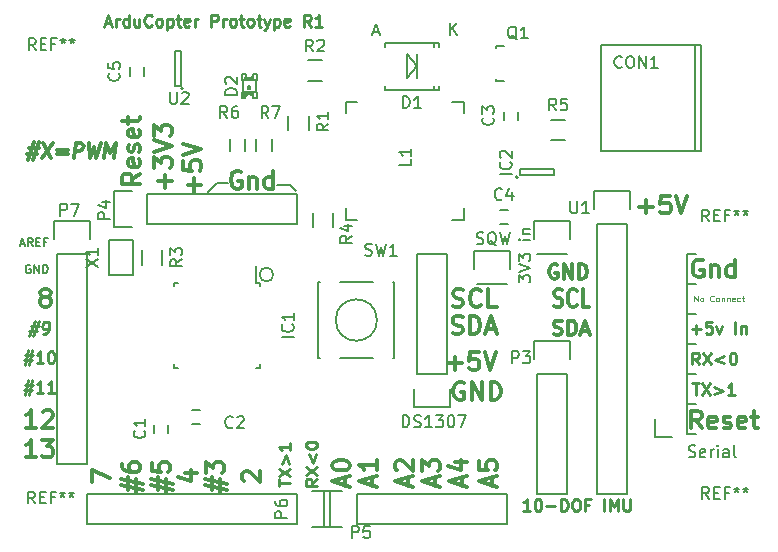
<source format=gto>
%TF.GenerationSoftware,KiCad,Pcbnew,(after 2015-mar-04 BZR unknown)-product*%
%TF.CreationDate,2015-05-27T15:40:32-04:00*%
%TF.JobID,arduinoquad,61726475696E6F717561642E6B696361,rev?*%
%TF.FileFunction,Legend,Top*%
%FSLAX46Y46*%
G04 Gerber Fmt 4.6, Leading zero omitted, Abs format (unit mm)*
G04 Created by KiCad (PCBNEW (after 2015-mar-04 BZR unknown)-product) date 27/05/2015 3:40:32 PM*
%MOMM*%
G01*
G04 APERTURE LIST*
%ADD10C,0.100000*%
%ADD11C,0.125000*%
%ADD12C,0.300000*%
%ADD13C,0.250000*%
%ADD14C,0.175000*%
%ADD15C,0.200000*%
%ADD16C,0.150000*%
G04 APERTURE END LIST*
D10*
D11*
X194940477Y-96726190D02*
X194940477Y-96226190D01*
X195226191Y-96726190D01*
X195226191Y-96226190D01*
X195535715Y-96726190D02*
X195488096Y-96702381D01*
X195464287Y-96678571D01*
X195440477Y-96630952D01*
X195440477Y-96488095D01*
X195464287Y-96440476D01*
X195488096Y-96416667D01*
X195535715Y-96392857D01*
X195607144Y-96392857D01*
X195654763Y-96416667D01*
X195678572Y-96440476D01*
X195702382Y-96488095D01*
X195702382Y-96630952D01*
X195678572Y-96678571D01*
X195654763Y-96702381D01*
X195607144Y-96726190D01*
X195535715Y-96726190D01*
X196583334Y-96678571D02*
X196559524Y-96702381D01*
X196488096Y-96726190D01*
X196440477Y-96726190D01*
X196369048Y-96702381D01*
X196321429Y-96654762D01*
X196297620Y-96607143D01*
X196273810Y-96511905D01*
X196273810Y-96440476D01*
X196297620Y-96345238D01*
X196321429Y-96297619D01*
X196369048Y-96250000D01*
X196440477Y-96226190D01*
X196488096Y-96226190D01*
X196559524Y-96250000D01*
X196583334Y-96273810D01*
X196869048Y-96726190D02*
X196821429Y-96702381D01*
X196797620Y-96678571D01*
X196773810Y-96630952D01*
X196773810Y-96488095D01*
X196797620Y-96440476D01*
X196821429Y-96416667D01*
X196869048Y-96392857D01*
X196940477Y-96392857D01*
X196988096Y-96416667D01*
X197011905Y-96440476D01*
X197035715Y-96488095D01*
X197035715Y-96630952D01*
X197011905Y-96678571D01*
X196988096Y-96702381D01*
X196940477Y-96726190D01*
X196869048Y-96726190D01*
X197250001Y-96392857D02*
X197250001Y-96726190D01*
X197250001Y-96440476D02*
X197273810Y-96416667D01*
X197321429Y-96392857D01*
X197392858Y-96392857D01*
X197440477Y-96416667D01*
X197464286Y-96464286D01*
X197464286Y-96726190D01*
X197702382Y-96392857D02*
X197702382Y-96726190D01*
X197702382Y-96440476D02*
X197726191Y-96416667D01*
X197773810Y-96392857D01*
X197845239Y-96392857D01*
X197892858Y-96416667D01*
X197916667Y-96464286D01*
X197916667Y-96726190D01*
X198345239Y-96702381D02*
X198297620Y-96726190D01*
X198202382Y-96726190D01*
X198154763Y-96702381D01*
X198130953Y-96654762D01*
X198130953Y-96464286D01*
X198154763Y-96416667D01*
X198202382Y-96392857D01*
X198297620Y-96392857D01*
X198345239Y-96416667D01*
X198369048Y-96464286D01*
X198369048Y-96511905D01*
X198130953Y-96559524D01*
X198797619Y-96702381D02*
X198750000Y-96726190D01*
X198654762Y-96726190D01*
X198607143Y-96702381D01*
X198583334Y-96678571D01*
X198559524Y-96630952D01*
X198559524Y-96488095D01*
X198583334Y-96440476D01*
X198607143Y-96416667D01*
X198654762Y-96392857D01*
X198750000Y-96392857D01*
X198797619Y-96416667D01*
X198940476Y-96392857D02*
X199130952Y-96392857D01*
X199011905Y-96226190D02*
X199011905Y-96654762D01*
X199035714Y-96702381D01*
X199083333Y-96726190D01*
X199130952Y-96726190D01*
D12*
X195635714Y-93250000D02*
X195492857Y-93178571D01*
X195278571Y-93178571D01*
X195064286Y-93250000D01*
X194921428Y-93392857D01*
X194850000Y-93535714D01*
X194778571Y-93821429D01*
X194778571Y-94035714D01*
X194850000Y-94321429D01*
X194921428Y-94464286D01*
X195064286Y-94607143D01*
X195278571Y-94678571D01*
X195421428Y-94678571D01*
X195635714Y-94607143D01*
X195707143Y-94535714D01*
X195707143Y-94035714D01*
X195421428Y-94035714D01*
X196350000Y-93678571D02*
X196350000Y-94678571D01*
X196350000Y-93821429D02*
X196421428Y-93750000D01*
X196564286Y-93678571D01*
X196778571Y-93678571D01*
X196921428Y-93750000D01*
X196992857Y-93892857D01*
X196992857Y-94678571D01*
X198350000Y-94678571D02*
X198350000Y-93178571D01*
X198350000Y-94607143D02*
X198207143Y-94678571D01*
X197921429Y-94678571D01*
X197778571Y-94607143D01*
X197707143Y-94535714D01*
X197635714Y-94392857D01*
X197635714Y-93964286D01*
X197707143Y-93821429D01*
X197778571Y-93750000D01*
X197921429Y-93678571D01*
X198207143Y-93678571D01*
X198350000Y-93750000D01*
X195542858Y-107478571D02*
X195042858Y-106764286D01*
X194685715Y-107478571D02*
X194685715Y-105978571D01*
X195257143Y-105978571D01*
X195400001Y-106050000D01*
X195471429Y-106121429D01*
X195542858Y-106264286D01*
X195542858Y-106478571D01*
X195471429Y-106621429D01*
X195400001Y-106692857D01*
X195257143Y-106764286D01*
X194685715Y-106764286D01*
X196757143Y-107407143D02*
X196614286Y-107478571D01*
X196328572Y-107478571D01*
X196185715Y-107407143D01*
X196114286Y-107264286D01*
X196114286Y-106692857D01*
X196185715Y-106550000D01*
X196328572Y-106478571D01*
X196614286Y-106478571D01*
X196757143Y-106550000D01*
X196828572Y-106692857D01*
X196828572Y-106835714D01*
X196114286Y-106978571D01*
X197400000Y-107407143D02*
X197542857Y-107478571D01*
X197828572Y-107478571D01*
X197971429Y-107407143D01*
X198042857Y-107264286D01*
X198042857Y-107192857D01*
X197971429Y-107050000D01*
X197828572Y-106978571D01*
X197614286Y-106978571D01*
X197471429Y-106907143D01*
X197400000Y-106764286D01*
X197400000Y-106692857D01*
X197471429Y-106550000D01*
X197614286Y-106478571D01*
X197828572Y-106478571D01*
X197971429Y-106550000D01*
X199257143Y-107407143D02*
X199114286Y-107478571D01*
X198828572Y-107478571D01*
X198685715Y-107407143D01*
X198614286Y-107264286D01*
X198614286Y-106692857D01*
X198685715Y-106550000D01*
X198828572Y-106478571D01*
X199114286Y-106478571D01*
X199257143Y-106550000D01*
X199328572Y-106692857D01*
X199328572Y-106835714D01*
X198614286Y-106978571D01*
X199757143Y-106478571D02*
X200328572Y-106478571D01*
X199971429Y-105978571D02*
X199971429Y-107264286D01*
X200042857Y-107407143D01*
X200185715Y-107478571D01*
X200328572Y-107478571D01*
D13*
X194690476Y-99071429D02*
X195452381Y-99071429D01*
X195071429Y-99452381D02*
X195071429Y-98690476D01*
X196404762Y-98452381D02*
X195928571Y-98452381D01*
X195880952Y-98928571D01*
X195928571Y-98880952D01*
X196023809Y-98833333D01*
X196261905Y-98833333D01*
X196357143Y-98880952D01*
X196404762Y-98928571D01*
X196452381Y-99023810D01*
X196452381Y-99261905D01*
X196404762Y-99357143D01*
X196357143Y-99404762D01*
X196261905Y-99452381D01*
X196023809Y-99452381D01*
X195928571Y-99404762D01*
X195880952Y-99357143D01*
X196785714Y-98785714D02*
X197023809Y-99452381D01*
X197261905Y-98785714D01*
X198404762Y-99452381D02*
X198404762Y-98452381D01*
X198880952Y-98785714D02*
X198880952Y-99452381D01*
X198880952Y-98880952D02*
X198928571Y-98833333D01*
X199023809Y-98785714D01*
X199166667Y-98785714D01*
X199261905Y-98833333D01*
X199309524Y-98928571D01*
X199309524Y-99452381D01*
X195338096Y-102052381D02*
X195004762Y-101576190D01*
X194766667Y-102052381D02*
X194766667Y-101052381D01*
X195147620Y-101052381D01*
X195242858Y-101100000D01*
X195290477Y-101147619D01*
X195338096Y-101242857D01*
X195338096Y-101385714D01*
X195290477Y-101480952D01*
X195242858Y-101528571D01*
X195147620Y-101576190D01*
X194766667Y-101576190D01*
X195671429Y-101052381D02*
X196338096Y-102052381D01*
X196338096Y-101052381D02*
X195671429Y-102052381D01*
X197480953Y-101385714D02*
X196719048Y-101671429D01*
X197480953Y-101957143D01*
X198147619Y-101052381D02*
X198242858Y-101052381D01*
X198338096Y-101100000D01*
X198385715Y-101147619D01*
X198433334Y-101242857D01*
X198480953Y-101433333D01*
X198480953Y-101671429D01*
X198433334Y-101861905D01*
X198385715Y-101957143D01*
X198338096Y-102004762D01*
X198242858Y-102052381D01*
X198147619Y-102052381D01*
X198052381Y-102004762D01*
X198004762Y-101957143D01*
X197957143Y-101861905D01*
X197909524Y-101671429D01*
X197909524Y-101433333D01*
X197957143Y-101242857D01*
X198004762Y-101147619D01*
X198052381Y-101100000D01*
X198147619Y-101052381D01*
X194742857Y-103652381D02*
X195314286Y-103652381D01*
X195028571Y-104652381D02*
X195028571Y-103652381D01*
X195552381Y-103652381D02*
X196219048Y-104652381D01*
X196219048Y-103652381D02*
X195552381Y-104652381D01*
X196600000Y-103985714D02*
X197361905Y-104271429D01*
X196600000Y-104557143D01*
X198361905Y-104652381D02*
X197790476Y-104652381D01*
X198076190Y-104652381D02*
X198076190Y-103652381D01*
X197980952Y-103795238D01*
X197885714Y-103890476D01*
X197790476Y-103938095D01*
X181023810Y-114452381D02*
X180452381Y-114452381D01*
X180738095Y-114452381D02*
X180738095Y-113452381D01*
X180642857Y-113595238D01*
X180547619Y-113690476D01*
X180452381Y-113738095D01*
X181642857Y-113452381D02*
X181738096Y-113452381D01*
X181833334Y-113500000D01*
X181880953Y-113547619D01*
X181928572Y-113642857D01*
X181976191Y-113833333D01*
X181976191Y-114071429D01*
X181928572Y-114261905D01*
X181880953Y-114357143D01*
X181833334Y-114404762D01*
X181738096Y-114452381D01*
X181642857Y-114452381D01*
X181547619Y-114404762D01*
X181500000Y-114357143D01*
X181452381Y-114261905D01*
X181404762Y-114071429D01*
X181404762Y-113833333D01*
X181452381Y-113642857D01*
X181500000Y-113547619D01*
X181547619Y-113500000D01*
X181642857Y-113452381D01*
X182404762Y-114071429D02*
X183166667Y-114071429D01*
X183642857Y-114452381D02*
X183642857Y-113452381D01*
X183880952Y-113452381D01*
X184023810Y-113500000D01*
X184119048Y-113595238D01*
X184166667Y-113690476D01*
X184214286Y-113880952D01*
X184214286Y-114023810D01*
X184166667Y-114214286D01*
X184119048Y-114309524D01*
X184023810Y-114404762D01*
X183880952Y-114452381D01*
X183642857Y-114452381D01*
X184833333Y-113452381D02*
X185023810Y-113452381D01*
X185119048Y-113500000D01*
X185214286Y-113595238D01*
X185261905Y-113785714D01*
X185261905Y-114119048D01*
X185214286Y-114309524D01*
X185119048Y-114404762D01*
X185023810Y-114452381D01*
X184833333Y-114452381D01*
X184738095Y-114404762D01*
X184642857Y-114309524D01*
X184595238Y-114119048D01*
X184595238Y-113785714D01*
X184642857Y-113595238D01*
X184738095Y-113500000D01*
X184833333Y-113452381D01*
X186023810Y-113928571D02*
X185690476Y-113928571D01*
X185690476Y-114452381D02*
X185690476Y-113452381D01*
X186166667Y-113452381D01*
X187309524Y-114452381D02*
X187309524Y-113452381D01*
X187785714Y-114452381D02*
X187785714Y-113452381D01*
X188119048Y-114166667D01*
X188452381Y-113452381D01*
X188452381Y-114452381D01*
X188928571Y-113452381D02*
X188928571Y-114261905D01*
X188976190Y-114357143D01*
X189023809Y-114404762D01*
X189119047Y-114452381D01*
X189309524Y-114452381D01*
X189404762Y-114404762D01*
X189452381Y-114357143D01*
X189500000Y-114261905D01*
X189500000Y-113452381D01*
D12*
X138625000Y-83742857D02*
X139482143Y-83742857D01*
X139032144Y-83228571D02*
X138496428Y-84771429D01*
X139303572Y-84257143D02*
X138446429Y-84257143D01*
X138896428Y-84771429D02*
X139432144Y-83228571D01*
X139817858Y-83342857D02*
X140467858Y-84542857D01*
X140617858Y-83342857D02*
X139667858Y-84542857D01*
X141003571Y-83914286D02*
X141917857Y-83914286D01*
X141875000Y-84257143D02*
X140960714Y-84257143D01*
X142410714Y-84542857D02*
X142560714Y-83342857D01*
X143017857Y-83342857D01*
X143125000Y-83400000D01*
X143175000Y-83457143D01*
X143217857Y-83571429D01*
X143196429Y-83742857D01*
X143125000Y-83857143D01*
X143060714Y-83914286D01*
X142939285Y-83971429D01*
X142482142Y-83971429D01*
X143646429Y-83342857D02*
X143782143Y-84542857D01*
X144117857Y-83685714D01*
X144239286Y-84542857D01*
X144675000Y-83342857D01*
X144982143Y-84542857D02*
X145132143Y-83342857D01*
X145425000Y-84200000D01*
X145932143Y-83342857D01*
X145782143Y-84542857D01*
X156801429Y-111934571D02*
X156730000Y-111863142D01*
X156658571Y-111720285D01*
X156658571Y-111363142D01*
X156730000Y-111220285D01*
X156801429Y-111148856D01*
X156944286Y-111077428D01*
X157087143Y-111077428D01*
X157301429Y-111148856D01*
X158158571Y-112005999D01*
X158158571Y-111077428D01*
X174490286Y-97127143D02*
X174704572Y-97198571D01*
X175061715Y-97198571D01*
X175204572Y-97127143D01*
X175276001Y-97055714D01*
X175347429Y-96912857D01*
X175347429Y-96770000D01*
X175276001Y-96627143D01*
X175204572Y-96555714D01*
X175061715Y-96484286D01*
X174776001Y-96412857D01*
X174633143Y-96341429D01*
X174561715Y-96270000D01*
X174490286Y-96127143D01*
X174490286Y-95984286D01*
X174561715Y-95841429D01*
X174633143Y-95770000D01*
X174776001Y-95698571D01*
X175133143Y-95698571D01*
X175347429Y-95770000D01*
X176847429Y-97055714D02*
X176776000Y-97127143D01*
X176561714Y-97198571D01*
X176418857Y-97198571D01*
X176204572Y-97127143D01*
X176061714Y-96984286D01*
X175990286Y-96841429D01*
X175918857Y-96555714D01*
X175918857Y-96341429D01*
X175990286Y-96055714D01*
X176061714Y-95912857D01*
X176204572Y-95770000D01*
X176418857Y-95698571D01*
X176561714Y-95698571D01*
X176776000Y-95770000D01*
X176847429Y-95841429D01*
X178204572Y-97198571D02*
X177490286Y-97198571D01*
X177490286Y-95698571D01*
X174454572Y-99413143D02*
X174668858Y-99484571D01*
X175026001Y-99484571D01*
X175168858Y-99413143D01*
X175240287Y-99341714D01*
X175311715Y-99198857D01*
X175311715Y-99056000D01*
X175240287Y-98913143D01*
X175168858Y-98841714D01*
X175026001Y-98770286D01*
X174740287Y-98698857D01*
X174597429Y-98627429D01*
X174526001Y-98556000D01*
X174454572Y-98413143D01*
X174454572Y-98270286D01*
X174526001Y-98127429D01*
X174597429Y-98056000D01*
X174740287Y-97984571D01*
X175097429Y-97984571D01*
X175311715Y-98056000D01*
X175954572Y-99484571D02*
X175954572Y-97984571D01*
X176311715Y-97984571D01*
X176526000Y-98056000D01*
X176668858Y-98198857D01*
X176740286Y-98341714D01*
X176811715Y-98627429D01*
X176811715Y-98841714D01*
X176740286Y-99127429D01*
X176668858Y-99270286D01*
X176526000Y-99413143D01*
X176311715Y-99484571D01*
X175954572Y-99484571D01*
X177383143Y-99056000D02*
X178097429Y-99056000D01*
X177240286Y-99484571D02*
X177740286Y-97984571D01*
X178240286Y-99484571D01*
X174093429Y-101961143D02*
X175236286Y-101961143D01*
X174664857Y-102532571D02*
X174664857Y-101389714D01*
X176664858Y-101032571D02*
X175950572Y-101032571D01*
X175879143Y-101746857D01*
X175950572Y-101675429D01*
X176093429Y-101604000D01*
X176450572Y-101604000D01*
X176593429Y-101675429D01*
X176664858Y-101746857D01*
X176736286Y-101889714D01*
X176736286Y-102246857D01*
X176664858Y-102389714D01*
X176593429Y-102461143D01*
X176450572Y-102532571D01*
X176093429Y-102532571D01*
X175950572Y-102461143D01*
X175879143Y-102389714D01*
X177164857Y-101032571D02*
X177664857Y-102532571D01*
X178164857Y-101032571D01*
X175387143Y-103644000D02*
X175244286Y-103572571D01*
X175030000Y-103572571D01*
X174815715Y-103644000D01*
X174672857Y-103786857D01*
X174601429Y-103929714D01*
X174530000Y-104215429D01*
X174530000Y-104429714D01*
X174601429Y-104715429D01*
X174672857Y-104858286D01*
X174815715Y-105001143D01*
X175030000Y-105072571D01*
X175172857Y-105072571D01*
X175387143Y-105001143D01*
X175458572Y-104929714D01*
X175458572Y-104429714D01*
X175172857Y-104429714D01*
X176101429Y-105072571D02*
X176101429Y-103572571D01*
X176958572Y-105072571D01*
X176958572Y-103572571D01*
X177672858Y-105072571D02*
X177672858Y-103572571D01*
X178030001Y-103572571D01*
X178244286Y-103644000D01*
X178387144Y-103786857D01*
X178458572Y-103929714D01*
X178530001Y-104215429D01*
X178530001Y-104429714D01*
X178458572Y-104715429D01*
X178387144Y-104858286D01*
X178244286Y-105001143D01*
X178030001Y-105072571D01*
X177672858Y-105072571D01*
X183042857Y-99485714D02*
X183214286Y-99542857D01*
X183500000Y-99542857D01*
X183614286Y-99485714D01*
X183671429Y-99428571D01*
X183728572Y-99314286D01*
X183728572Y-99200000D01*
X183671429Y-99085714D01*
X183614286Y-99028571D01*
X183500000Y-98971429D01*
X183271429Y-98914286D01*
X183157143Y-98857143D01*
X183100000Y-98800000D01*
X183042857Y-98685714D01*
X183042857Y-98571429D01*
X183100000Y-98457143D01*
X183157143Y-98400000D01*
X183271429Y-98342857D01*
X183557143Y-98342857D01*
X183728572Y-98400000D01*
X184242857Y-99542857D02*
X184242857Y-98342857D01*
X184528572Y-98342857D01*
X184700000Y-98400000D01*
X184814286Y-98514286D01*
X184871429Y-98628571D01*
X184928572Y-98857143D01*
X184928572Y-99028571D01*
X184871429Y-99257143D01*
X184814286Y-99371429D01*
X184700000Y-99485714D01*
X184528572Y-99542857D01*
X184242857Y-99542857D01*
X185385714Y-99200000D02*
X185957143Y-99200000D01*
X185271429Y-99542857D02*
X185671429Y-98342857D01*
X186071429Y-99542857D01*
X183071428Y-97107143D02*
X183242857Y-97178571D01*
X183528571Y-97178571D01*
X183642857Y-97107143D01*
X183700000Y-97035714D01*
X183757143Y-96892857D01*
X183757143Y-96750000D01*
X183700000Y-96607143D01*
X183642857Y-96535714D01*
X183528571Y-96464286D01*
X183300000Y-96392857D01*
X183185714Y-96321429D01*
X183128571Y-96250000D01*
X183071428Y-96107143D01*
X183071428Y-95964286D01*
X183128571Y-95821429D01*
X183185714Y-95750000D01*
X183300000Y-95678571D01*
X183585714Y-95678571D01*
X183757143Y-95750000D01*
X184957143Y-97035714D02*
X184900000Y-97107143D01*
X184728571Y-97178571D01*
X184614285Y-97178571D01*
X184442857Y-97107143D01*
X184328571Y-96964286D01*
X184271428Y-96821429D01*
X184214285Y-96535714D01*
X184214285Y-96321429D01*
X184271428Y-96035714D01*
X184328571Y-95892857D01*
X184442857Y-95750000D01*
X184614285Y-95678571D01*
X184728571Y-95678571D01*
X184900000Y-95750000D01*
X184957143Y-95821429D01*
X186042857Y-97178571D02*
X185471428Y-97178571D01*
X185471428Y-95678571D01*
X183335715Y-93650000D02*
X183221429Y-93592857D01*
X183050000Y-93592857D01*
X182878572Y-93650000D01*
X182764286Y-93764286D01*
X182707143Y-93878571D01*
X182650000Y-94107143D01*
X182650000Y-94278571D01*
X182707143Y-94507143D01*
X182764286Y-94621429D01*
X182878572Y-94735714D01*
X183050000Y-94792857D01*
X183164286Y-94792857D01*
X183335715Y-94735714D01*
X183392858Y-94678571D01*
X183392858Y-94278571D01*
X183164286Y-94278571D01*
X183907143Y-94792857D02*
X183907143Y-93592857D01*
X184592858Y-94792857D01*
X184592858Y-93592857D01*
X185164286Y-94792857D02*
X185164286Y-93592857D01*
X185450001Y-93592857D01*
X185621429Y-93650000D01*
X185735715Y-93764286D01*
X185792858Y-93878571D01*
X185850001Y-94107143D01*
X185850001Y-94278571D01*
X185792858Y-94507143D01*
X185735715Y-94621429D01*
X185621429Y-94735714D01*
X185450001Y-94792857D01*
X185164286Y-94792857D01*
X190271429Y-88707143D02*
X191414286Y-88707143D01*
X190842857Y-89278571D02*
X190842857Y-88135714D01*
X192842858Y-87778571D02*
X192128572Y-87778571D01*
X192057143Y-88492857D01*
X192128572Y-88421429D01*
X192271429Y-88350000D01*
X192628572Y-88350000D01*
X192771429Y-88421429D01*
X192842858Y-88492857D01*
X192914286Y-88635714D01*
X192914286Y-88992857D01*
X192842858Y-89135714D01*
X192771429Y-89207143D01*
X192628572Y-89278571D01*
X192271429Y-89278571D01*
X192128572Y-89207143D01*
X192057143Y-89135714D01*
X193342857Y-87778571D02*
X193842857Y-89278571D01*
X194342857Y-87778571D01*
D13*
X163012381Y-111751904D02*
X162536190Y-112085238D01*
X163012381Y-112323333D02*
X162012381Y-112323333D01*
X162012381Y-111942380D01*
X162060000Y-111847142D01*
X162107619Y-111799523D01*
X162202857Y-111751904D01*
X162345714Y-111751904D01*
X162440952Y-111799523D01*
X162488571Y-111847142D01*
X162536190Y-111942380D01*
X162536190Y-112323333D01*
X162012381Y-111418571D02*
X163012381Y-110751904D01*
X162012381Y-110751904D02*
X163012381Y-111418571D01*
X162345714Y-109609047D02*
X162631429Y-110370952D01*
X162917143Y-109609047D01*
X162012381Y-108942381D02*
X162012381Y-108847142D01*
X162060000Y-108751904D01*
X162107619Y-108704285D01*
X162202857Y-108656666D01*
X162393333Y-108609047D01*
X162631429Y-108609047D01*
X162821905Y-108656666D01*
X162917143Y-108704285D01*
X162964762Y-108751904D01*
X163012381Y-108847142D01*
X163012381Y-108942381D01*
X162964762Y-109037619D01*
X162917143Y-109085238D01*
X162821905Y-109132857D01*
X162631429Y-109180476D01*
X162393333Y-109180476D01*
X162202857Y-109132857D01*
X162107619Y-109085238D01*
X162060000Y-109037619D01*
X162012381Y-108942381D01*
X159726381Y-112347143D02*
X159726381Y-111775714D01*
X160726381Y-112061429D02*
X159726381Y-112061429D01*
X159726381Y-111537619D02*
X160726381Y-110870952D01*
X159726381Y-110870952D02*
X160726381Y-111537619D01*
X160059714Y-110490000D02*
X160345429Y-109728095D01*
X160631143Y-110490000D01*
X160726381Y-108728095D02*
X160726381Y-109299524D01*
X160726381Y-109013810D02*
X159726381Y-109013810D01*
X159869238Y-109109048D01*
X159964476Y-109204286D01*
X160012095Y-109299524D01*
D12*
X154110571Y-112684571D02*
X154110571Y-111613142D01*
X153467714Y-112255999D02*
X155396286Y-112684571D01*
X154753429Y-111755999D02*
X154753429Y-112827428D01*
X155396286Y-112184571D02*
X153467714Y-111755999D01*
X153610571Y-111255999D02*
X153610571Y-110327428D01*
X154182000Y-110827428D01*
X154182000Y-110613142D01*
X154253429Y-110470285D01*
X154324857Y-110398856D01*
X154467714Y-110327428D01*
X154824857Y-110327428D01*
X154967714Y-110398856D01*
X155039143Y-110470285D01*
X155110571Y-110613142D01*
X155110571Y-111041714D01*
X155039143Y-111184571D01*
X154967714Y-111255999D01*
X151824571Y-111220285D02*
X152824571Y-111220285D01*
X151253143Y-111577428D02*
X152324571Y-111934571D01*
X152324571Y-111005999D01*
X149538571Y-112684571D02*
X149538571Y-111613142D01*
X148895714Y-112255999D02*
X150824286Y-112684571D01*
X150181429Y-111755999D02*
X150181429Y-112827428D01*
X150824286Y-112184571D02*
X148895714Y-111755999D01*
X149038571Y-110398856D02*
X149038571Y-111113142D01*
X149752857Y-111184571D01*
X149681429Y-111113142D01*
X149610000Y-110970285D01*
X149610000Y-110613142D01*
X149681429Y-110470285D01*
X149752857Y-110398856D01*
X149895714Y-110327428D01*
X150252857Y-110327428D01*
X150395714Y-110398856D01*
X150467143Y-110470285D01*
X150538571Y-110613142D01*
X150538571Y-110970285D01*
X150467143Y-111113142D01*
X150395714Y-111184571D01*
X146998571Y-112684571D02*
X146998571Y-111613142D01*
X146355714Y-112255999D02*
X148284286Y-112684571D01*
X147641429Y-111755999D02*
X147641429Y-112827428D01*
X148284286Y-112184571D02*
X146355714Y-111755999D01*
X146498571Y-110470285D02*
X146498571Y-110755999D01*
X146570000Y-110898856D01*
X146641429Y-110970285D01*
X146855714Y-111113142D01*
X147141429Y-111184571D01*
X147712857Y-111184571D01*
X147855714Y-111113142D01*
X147927143Y-111041714D01*
X147998571Y-110898856D01*
X147998571Y-110613142D01*
X147927143Y-110470285D01*
X147855714Y-110398856D01*
X147712857Y-110327428D01*
X147355714Y-110327428D01*
X147212857Y-110398856D01*
X147141429Y-110470285D01*
X147070000Y-110613142D01*
X147070000Y-110898856D01*
X147141429Y-111041714D01*
X147212857Y-111113142D01*
X147355714Y-111184571D01*
X143958571Y-112005999D02*
X143958571Y-111005999D01*
X145458571Y-111648856D01*
X139214286Y-109928571D02*
X138357143Y-109928571D01*
X138785715Y-109928571D02*
X138785715Y-108428571D01*
X138642858Y-108642857D01*
X138500000Y-108785714D01*
X138357143Y-108857143D01*
X139714286Y-108428571D02*
X140642857Y-108428571D01*
X140142857Y-109000000D01*
X140357143Y-109000000D01*
X140500000Y-109071429D01*
X140571429Y-109142857D01*
X140642857Y-109285714D01*
X140642857Y-109642857D01*
X140571429Y-109785714D01*
X140500000Y-109857143D01*
X140357143Y-109928571D01*
X139928571Y-109928571D01*
X139785714Y-109857143D01*
X139714286Y-109785714D01*
X139214286Y-107428571D02*
X138357143Y-107428571D01*
X138785715Y-107428571D02*
X138785715Y-105928571D01*
X138642858Y-106142857D01*
X138500000Y-106285714D01*
X138357143Y-106357143D01*
X139785714Y-106071429D02*
X139857143Y-106000000D01*
X140000000Y-105928571D01*
X140357143Y-105928571D01*
X140500000Y-106000000D01*
X140571429Y-106071429D01*
X140642857Y-106214286D01*
X140642857Y-106357143D01*
X140571429Y-106571429D01*
X139714286Y-107428571D01*
X140642857Y-107428571D01*
D13*
X138238095Y-103785714D02*
X138952381Y-103785714D01*
X138523809Y-103357143D02*
X138238095Y-104642857D01*
X138857143Y-104214286D02*
X138142857Y-104214286D01*
X138571429Y-104642857D02*
X138857143Y-103357143D01*
X139809524Y-104452381D02*
X139238095Y-104452381D01*
X139523809Y-104452381D02*
X139523809Y-103452381D01*
X139428571Y-103595238D01*
X139333333Y-103690476D01*
X139238095Y-103738095D01*
X140761905Y-104452381D02*
X140190476Y-104452381D01*
X140476190Y-104452381D02*
X140476190Y-103452381D01*
X140380952Y-103595238D01*
X140285714Y-103690476D01*
X140190476Y-103738095D01*
X138238095Y-101285714D02*
X138952381Y-101285714D01*
X138523809Y-100857143D02*
X138238095Y-102142857D01*
X138857143Y-101714286D02*
X138142857Y-101714286D01*
X138571429Y-102142857D02*
X138857143Y-100857143D01*
X139809524Y-101952381D02*
X139238095Y-101952381D01*
X139523809Y-101952381D02*
X139523809Y-100952381D01*
X139428571Y-101095238D01*
X139333333Y-101190476D01*
X139238095Y-101238095D01*
X140428571Y-100952381D02*
X140523810Y-100952381D01*
X140619048Y-101000000D01*
X140666667Y-101047619D01*
X140714286Y-101142857D01*
X140761905Y-101333333D01*
X140761905Y-101571429D01*
X140714286Y-101761905D01*
X140666667Y-101857143D01*
X140619048Y-101904762D01*
X140523810Y-101952381D01*
X140428571Y-101952381D01*
X140333333Y-101904762D01*
X140285714Y-101857143D01*
X140238095Y-101761905D01*
X140190476Y-101571429D01*
X140190476Y-101333333D01*
X140238095Y-101142857D01*
X140285714Y-101047619D01*
X140333333Y-101000000D01*
X140428571Y-100952381D01*
X138741072Y-98785714D02*
X139455358Y-98785714D01*
X139080357Y-98357143D02*
X138633929Y-99642857D01*
X139306548Y-99214286D02*
X138592262Y-99214286D01*
X138967263Y-99642857D02*
X139413691Y-98357143D01*
X139752976Y-99452381D02*
X139943452Y-99452381D01*
X140044644Y-99404762D01*
X140098215Y-99357143D01*
X140211310Y-99214286D01*
X140282739Y-99023810D01*
X140330358Y-98642857D01*
X140294644Y-98547619D01*
X140252977Y-98500000D01*
X140163691Y-98452381D01*
X139973214Y-98452381D01*
X139872024Y-98500000D01*
X139818453Y-98547619D01*
X139758929Y-98642857D01*
X139729167Y-98880952D01*
X139764881Y-98976190D01*
X139806548Y-99023810D01*
X139895833Y-99071429D01*
X140086310Y-99071429D01*
X140187501Y-99023810D01*
X140241072Y-98976190D01*
X140300596Y-98880952D01*
D12*
X139857144Y-96321429D02*
X139714286Y-96250000D01*
X139642858Y-96178571D01*
X139571429Y-96035714D01*
X139571429Y-95964286D01*
X139642858Y-95821429D01*
X139714286Y-95750000D01*
X139857144Y-95678571D01*
X140142858Y-95678571D01*
X140285715Y-95750000D01*
X140357144Y-95821429D01*
X140428572Y-95964286D01*
X140428572Y-96035714D01*
X140357144Y-96178571D01*
X140285715Y-96250000D01*
X140142858Y-96321429D01*
X139857144Y-96321429D01*
X139714286Y-96392857D01*
X139642858Y-96464286D01*
X139571429Y-96607143D01*
X139571429Y-96892857D01*
X139642858Y-97035714D01*
X139714286Y-97107143D01*
X139857144Y-97178571D01*
X140142858Y-97178571D01*
X140285715Y-97107143D01*
X140357144Y-97035714D01*
X140428572Y-96892857D01*
X140428572Y-96607143D01*
X140357144Y-96464286D01*
X140285715Y-96392857D01*
X140142858Y-96321429D01*
D14*
X138716667Y-93650000D02*
X138650001Y-93616667D01*
X138550001Y-93616667D01*
X138450001Y-93650000D01*
X138383334Y-93716667D01*
X138350001Y-93783333D01*
X138316667Y-93916667D01*
X138316667Y-94016667D01*
X138350001Y-94150000D01*
X138383334Y-94216667D01*
X138450001Y-94283333D01*
X138550001Y-94316667D01*
X138616667Y-94316667D01*
X138716667Y-94283333D01*
X138750001Y-94250000D01*
X138750001Y-94016667D01*
X138616667Y-94016667D01*
X139050001Y-94316667D02*
X139050001Y-93616667D01*
X139450001Y-94316667D01*
X139450001Y-93616667D01*
X139783334Y-94316667D02*
X139783334Y-93616667D01*
X139950000Y-93616667D01*
X140050000Y-93650000D01*
X140116667Y-93716667D01*
X140150000Y-93783333D01*
X140183334Y-93916667D01*
X140183334Y-94016667D01*
X140150000Y-94150000D01*
X140116667Y-94216667D01*
X140050000Y-94283333D01*
X139950000Y-94316667D01*
X139783334Y-94316667D01*
X137866667Y-91866667D02*
X138200001Y-91866667D01*
X137800001Y-92066667D02*
X138033334Y-91366667D01*
X138266667Y-92066667D01*
X138900001Y-92066667D02*
X138666667Y-91733333D01*
X138500001Y-92066667D02*
X138500001Y-91366667D01*
X138766667Y-91366667D01*
X138833334Y-91400000D01*
X138866667Y-91433333D01*
X138900001Y-91500000D01*
X138900001Y-91600000D01*
X138866667Y-91666667D01*
X138833334Y-91700000D01*
X138766667Y-91733333D01*
X138500001Y-91733333D01*
X139200001Y-91700000D02*
X139433334Y-91700000D01*
X139533334Y-92066667D02*
X139200001Y-92066667D01*
X139200001Y-91366667D01*
X139533334Y-91366667D01*
X140066667Y-91700000D02*
X139833334Y-91700000D01*
X139833334Y-92066667D02*
X139833334Y-91366667D01*
X140166667Y-91366667D01*
D15*
X155440000Y-86730000D02*
X155440000Y-86700000D01*
X154520000Y-86730000D02*
X155440000Y-86730000D01*
X153760000Y-87490000D02*
X154520000Y-86730000D01*
X160660000Y-86860000D02*
X159590000Y-86860000D01*
X161170000Y-87370000D02*
X160660000Y-86860000D01*
D12*
X156535714Y-85750000D02*
X156392857Y-85678571D01*
X156178571Y-85678571D01*
X155964286Y-85750000D01*
X155821428Y-85892857D01*
X155750000Y-86035714D01*
X155678571Y-86321429D01*
X155678571Y-86535714D01*
X155750000Y-86821429D01*
X155821428Y-86964286D01*
X155964286Y-87107143D01*
X156178571Y-87178571D01*
X156321428Y-87178571D01*
X156535714Y-87107143D01*
X156607143Y-87035714D01*
X156607143Y-86535714D01*
X156321428Y-86535714D01*
X157250000Y-86178571D02*
X157250000Y-87178571D01*
X157250000Y-86321429D02*
X157321428Y-86250000D01*
X157464286Y-86178571D01*
X157678571Y-86178571D01*
X157821428Y-86250000D01*
X157892857Y-86392857D01*
X157892857Y-87178571D01*
X159250000Y-87178571D02*
X159250000Y-85678571D01*
X159250000Y-87107143D02*
X159107143Y-87178571D01*
X158821429Y-87178571D01*
X158678571Y-87107143D01*
X158607143Y-87035714D01*
X158535714Y-86892857D01*
X158535714Y-86464286D01*
X158607143Y-86321429D01*
X158678571Y-86250000D01*
X158821429Y-86178571D01*
X159107143Y-86178571D01*
X159250000Y-86250000D01*
X152607143Y-87428571D02*
X152607143Y-86285714D01*
X153178571Y-86857143D02*
X152035714Y-86857143D01*
X151678571Y-84857142D02*
X151678571Y-85571428D01*
X152392857Y-85642857D01*
X152321429Y-85571428D01*
X152250000Y-85428571D01*
X152250000Y-85071428D01*
X152321429Y-84928571D01*
X152392857Y-84857142D01*
X152535714Y-84785714D01*
X152892857Y-84785714D01*
X153035714Y-84857142D01*
X153107143Y-84928571D01*
X153178571Y-85071428D01*
X153178571Y-85428571D01*
X153107143Y-85571428D01*
X153035714Y-85642857D01*
X151678571Y-84357143D02*
X153178571Y-83857143D01*
X151678571Y-83357143D01*
X150107143Y-87142856D02*
X150107143Y-85999999D01*
X150678571Y-86571428D02*
X149535714Y-86571428D01*
X149178571Y-85428570D02*
X149178571Y-84499999D01*
X149750000Y-84999999D01*
X149750000Y-84785713D01*
X149821429Y-84642856D01*
X149892857Y-84571427D01*
X150035714Y-84499999D01*
X150392857Y-84499999D01*
X150535714Y-84571427D01*
X150607143Y-84642856D01*
X150678571Y-84785713D01*
X150678571Y-85214285D01*
X150607143Y-85357142D01*
X150535714Y-85428570D01*
X149178571Y-84071428D02*
X150678571Y-83571428D01*
X149178571Y-83071428D01*
X149178571Y-82714285D02*
X149178571Y-81785714D01*
X149750000Y-82285714D01*
X149750000Y-82071428D01*
X149821429Y-81928571D01*
X149892857Y-81857142D01*
X150035714Y-81785714D01*
X150392857Y-81785714D01*
X150535714Y-81857142D01*
X150607143Y-81928571D01*
X150678571Y-82071428D01*
X150678571Y-82500000D01*
X150607143Y-82642857D01*
X150535714Y-82714285D01*
X148008571Y-85897142D02*
X147294286Y-86397142D01*
X148008571Y-86754285D02*
X146508571Y-86754285D01*
X146508571Y-86182857D01*
X146580000Y-86039999D01*
X146651429Y-85968571D01*
X146794286Y-85897142D01*
X147008571Y-85897142D01*
X147151429Y-85968571D01*
X147222857Y-86039999D01*
X147294286Y-86182857D01*
X147294286Y-86754285D01*
X147937143Y-84682857D02*
X148008571Y-84825714D01*
X148008571Y-85111428D01*
X147937143Y-85254285D01*
X147794286Y-85325714D01*
X147222857Y-85325714D01*
X147080000Y-85254285D01*
X147008571Y-85111428D01*
X147008571Y-84825714D01*
X147080000Y-84682857D01*
X147222857Y-84611428D01*
X147365714Y-84611428D01*
X147508571Y-85325714D01*
X147937143Y-84040000D02*
X148008571Y-83897143D01*
X148008571Y-83611428D01*
X147937143Y-83468571D01*
X147794286Y-83397143D01*
X147722857Y-83397143D01*
X147580000Y-83468571D01*
X147508571Y-83611428D01*
X147508571Y-83825714D01*
X147437143Y-83968571D01*
X147294286Y-84040000D01*
X147222857Y-84040000D01*
X147080000Y-83968571D01*
X147008571Y-83825714D01*
X147008571Y-83611428D01*
X147080000Y-83468571D01*
X147937143Y-82182857D02*
X148008571Y-82325714D01*
X148008571Y-82611428D01*
X147937143Y-82754285D01*
X147794286Y-82825714D01*
X147222857Y-82825714D01*
X147080000Y-82754285D01*
X147008571Y-82611428D01*
X147008571Y-82325714D01*
X147080000Y-82182857D01*
X147222857Y-82111428D01*
X147365714Y-82111428D01*
X147508571Y-82825714D01*
X147008571Y-81682857D02*
X147008571Y-81111428D01*
X146508571Y-81468571D02*
X147794286Y-81468571D01*
X147937143Y-81397143D01*
X148008571Y-81254285D01*
X148008571Y-81111428D01*
X177796000Y-112323428D02*
X177796000Y-111609142D01*
X178224571Y-112466285D02*
X176724571Y-111966285D01*
X178224571Y-111466285D01*
X176724571Y-110251999D02*
X176724571Y-110966285D01*
X177438857Y-111037714D01*
X177367429Y-110966285D01*
X177296000Y-110823428D01*
X177296000Y-110466285D01*
X177367429Y-110323428D01*
X177438857Y-110251999D01*
X177581714Y-110180571D01*
X177938857Y-110180571D01*
X178081714Y-110251999D01*
X178153143Y-110323428D01*
X178224571Y-110466285D01*
X178224571Y-110823428D01*
X178153143Y-110966285D01*
X178081714Y-111037714D01*
X175256000Y-112323428D02*
X175256000Y-111609142D01*
X175684571Y-112466285D02*
X174184571Y-111966285D01*
X175684571Y-111466285D01*
X174684571Y-110323428D02*
X175684571Y-110323428D01*
X174113143Y-110680571D02*
X175184571Y-111037714D01*
X175184571Y-110109142D01*
X172970000Y-112323428D02*
X172970000Y-111609142D01*
X173398571Y-112466285D02*
X171898571Y-111966285D01*
X173398571Y-111466285D01*
X171898571Y-111109142D02*
X171898571Y-110180571D01*
X172470000Y-110680571D01*
X172470000Y-110466285D01*
X172541429Y-110323428D01*
X172612857Y-110251999D01*
X172755714Y-110180571D01*
X173112857Y-110180571D01*
X173255714Y-110251999D01*
X173327143Y-110323428D01*
X173398571Y-110466285D01*
X173398571Y-110894857D01*
X173327143Y-111037714D01*
X173255714Y-111109142D01*
X170684000Y-112323428D02*
X170684000Y-111609142D01*
X171112571Y-112466285D02*
X169612571Y-111966285D01*
X171112571Y-111466285D01*
X169755429Y-111037714D02*
X169684000Y-110966285D01*
X169612571Y-110823428D01*
X169612571Y-110466285D01*
X169684000Y-110323428D01*
X169755429Y-110251999D01*
X169898286Y-110180571D01*
X170041143Y-110180571D01*
X170255429Y-110251999D01*
X171112571Y-111109142D01*
X171112571Y-110180571D01*
X167636000Y-112323428D02*
X167636000Y-111609142D01*
X168064571Y-112466285D02*
X166564571Y-111966285D01*
X168064571Y-111466285D01*
X168064571Y-110180571D02*
X168064571Y-111037714D01*
X168064571Y-110609142D02*
X166564571Y-110609142D01*
X166778857Y-110751999D01*
X166921714Y-110894857D01*
X166993143Y-111037714D01*
X165350000Y-112323428D02*
X165350000Y-111609142D01*
X165778571Y-112466285D02*
X164278571Y-111966285D01*
X165778571Y-111466285D01*
X164278571Y-110680571D02*
X164278571Y-110537714D01*
X164350000Y-110394857D01*
X164421429Y-110323428D01*
X164564286Y-110251999D01*
X164850000Y-110180571D01*
X165207143Y-110180571D01*
X165492857Y-110251999D01*
X165635714Y-110323428D01*
X165707143Y-110394857D01*
X165778571Y-110537714D01*
X165778571Y-110680571D01*
X165707143Y-110823428D01*
X165635714Y-110894857D01*
X165492857Y-110966285D01*
X165207143Y-111037714D01*
X164850000Y-111037714D01*
X164564286Y-110966285D01*
X164421429Y-110894857D01*
X164350000Y-110823428D01*
X164278571Y-110680571D01*
D13*
X145083331Y-73166667D02*
X145559522Y-73166667D01*
X144988093Y-73452381D02*
X145321426Y-72452381D01*
X145654760Y-73452381D01*
X145988093Y-73452381D02*
X145988093Y-72785714D01*
X145988093Y-72976190D02*
X146035712Y-72880952D01*
X146083331Y-72833333D01*
X146178569Y-72785714D01*
X146273808Y-72785714D01*
X147035713Y-73452381D02*
X147035713Y-72452381D01*
X147035713Y-73404762D02*
X146940475Y-73452381D01*
X146749998Y-73452381D01*
X146654760Y-73404762D01*
X146607141Y-73357143D01*
X146559522Y-73261905D01*
X146559522Y-72976190D01*
X146607141Y-72880952D01*
X146654760Y-72833333D01*
X146749998Y-72785714D01*
X146940475Y-72785714D01*
X147035713Y-72833333D01*
X147940475Y-72785714D02*
X147940475Y-73452381D01*
X147511903Y-72785714D02*
X147511903Y-73309524D01*
X147559522Y-73404762D01*
X147654760Y-73452381D01*
X147797618Y-73452381D01*
X147892856Y-73404762D01*
X147940475Y-73357143D01*
X148988094Y-73357143D02*
X148940475Y-73404762D01*
X148797618Y-73452381D01*
X148702380Y-73452381D01*
X148559522Y-73404762D01*
X148464284Y-73309524D01*
X148416665Y-73214286D01*
X148369046Y-73023810D01*
X148369046Y-72880952D01*
X148416665Y-72690476D01*
X148464284Y-72595238D01*
X148559522Y-72500000D01*
X148702380Y-72452381D01*
X148797618Y-72452381D01*
X148940475Y-72500000D01*
X148988094Y-72547619D01*
X149559522Y-73452381D02*
X149464284Y-73404762D01*
X149416665Y-73357143D01*
X149369046Y-73261905D01*
X149369046Y-72976190D01*
X149416665Y-72880952D01*
X149464284Y-72833333D01*
X149559522Y-72785714D01*
X149702380Y-72785714D01*
X149797618Y-72833333D01*
X149845237Y-72880952D01*
X149892856Y-72976190D01*
X149892856Y-73261905D01*
X149845237Y-73357143D01*
X149797618Y-73404762D01*
X149702380Y-73452381D01*
X149559522Y-73452381D01*
X150321427Y-72785714D02*
X150321427Y-73785714D01*
X150321427Y-72833333D02*
X150416665Y-72785714D01*
X150607142Y-72785714D01*
X150702380Y-72833333D01*
X150749999Y-72880952D01*
X150797618Y-72976190D01*
X150797618Y-73261905D01*
X150749999Y-73357143D01*
X150702380Y-73404762D01*
X150607142Y-73452381D01*
X150416665Y-73452381D01*
X150321427Y-73404762D01*
X151083332Y-72785714D02*
X151464284Y-72785714D01*
X151226189Y-72452381D02*
X151226189Y-73309524D01*
X151273808Y-73404762D01*
X151369046Y-73452381D01*
X151464284Y-73452381D01*
X152178571Y-73404762D02*
X152083333Y-73452381D01*
X151892856Y-73452381D01*
X151797618Y-73404762D01*
X151749999Y-73309524D01*
X151749999Y-72928571D01*
X151797618Y-72833333D01*
X151892856Y-72785714D01*
X152083333Y-72785714D01*
X152178571Y-72833333D01*
X152226190Y-72928571D01*
X152226190Y-73023810D01*
X151749999Y-73119048D01*
X152654761Y-73452381D02*
X152654761Y-72785714D01*
X152654761Y-72976190D02*
X152702380Y-72880952D01*
X152749999Y-72833333D01*
X152845237Y-72785714D01*
X152940476Y-72785714D01*
X154035714Y-73452381D02*
X154035714Y-72452381D01*
X154416667Y-72452381D01*
X154511905Y-72500000D01*
X154559524Y-72547619D01*
X154607143Y-72642857D01*
X154607143Y-72785714D01*
X154559524Y-72880952D01*
X154511905Y-72928571D01*
X154416667Y-72976190D01*
X154035714Y-72976190D01*
X155035714Y-73452381D02*
X155035714Y-72785714D01*
X155035714Y-72976190D02*
X155083333Y-72880952D01*
X155130952Y-72833333D01*
X155226190Y-72785714D01*
X155321429Y-72785714D01*
X155797619Y-73452381D02*
X155702381Y-73404762D01*
X155654762Y-73357143D01*
X155607143Y-73261905D01*
X155607143Y-72976190D01*
X155654762Y-72880952D01*
X155702381Y-72833333D01*
X155797619Y-72785714D01*
X155940477Y-72785714D01*
X156035715Y-72833333D01*
X156083334Y-72880952D01*
X156130953Y-72976190D01*
X156130953Y-73261905D01*
X156083334Y-73357143D01*
X156035715Y-73404762D01*
X155940477Y-73452381D01*
X155797619Y-73452381D01*
X156416667Y-72785714D02*
X156797619Y-72785714D01*
X156559524Y-72452381D02*
X156559524Y-73309524D01*
X156607143Y-73404762D01*
X156702381Y-73452381D01*
X156797619Y-73452381D01*
X157273810Y-73452381D02*
X157178572Y-73404762D01*
X157130953Y-73357143D01*
X157083334Y-73261905D01*
X157083334Y-72976190D01*
X157130953Y-72880952D01*
X157178572Y-72833333D01*
X157273810Y-72785714D01*
X157416668Y-72785714D01*
X157511906Y-72833333D01*
X157559525Y-72880952D01*
X157607144Y-72976190D01*
X157607144Y-73261905D01*
X157559525Y-73357143D01*
X157511906Y-73404762D01*
X157416668Y-73452381D01*
X157273810Y-73452381D01*
X157892858Y-72785714D02*
X158273810Y-72785714D01*
X158035715Y-72452381D02*
X158035715Y-73309524D01*
X158083334Y-73404762D01*
X158178572Y-73452381D01*
X158273810Y-73452381D01*
X158511906Y-72785714D02*
X158750001Y-73452381D01*
X158988097Y-72785714D02*
X158750001Y-73452381D01*
X158654763Y-73690476D01*
X158607144Y-73738095D01*
X158511906Y-73785714D01*
X159369049Y-72785714D02*
X159369049Y-73785714D01*
X159369049Y-72833333D02*
X159464287Y-72785714D01*
X159654764Y-72785714D01*
X159750002Y-72833333D01*
X159797621Y-72880952D01*
X159845240Y-72976190D01*
X159845240Y-73261905D01*
X159797621Y-73357143D01*
X159750002Y-73404762D01*
X159654764Y-73452381D01*
X159464287Y-73452381D01*
X159369049Y-73404762D01*
X160654764Y-73404762D02*
X160559526Y-73452381D01*
X160369049Y-73452381D01*
X160273811Y-73404762D01*
X160226192Y-73309524D01*
X160226192Y-72928571D01*
X160273811Y-72833333D01*
X160369049Y-72785714D01*
X160559526Y-72785714D01*
X160654764Y-72833333D01*
X160702383Y-72928571D01*
X160702383Y-73023810D01*
X160226192Y-73119048D01*
X162464288Y-73452381D02*
X162130954Y-72976190D01*
X161892859Y-73452381D02*
X161892859Y-72452381D01*
X162273812Y-72452381D01*
X162369050Y-72500000D01*
X162416669Y-72547619D01*
X162464288Y-72642857D01*
X162464288Y-72785714D01*
X162416669Y-72880952D01*
X162369050Y-72928571D01*
X162273812Y-72976190D01*
X161892859Y-72976190D01*
X163416669Y-73452381D02*
X162845240Y-73452381D01*
X163130954Y-73452381D02*
X163130954Y-72452381D01*
X163035716Y-72595238D01*
X162940478Y-72690476D01*
X162845240Y-72738095D01*
D16*
X168060714Y-98300000D02*
G75*
G03X168060714Y-98300000I-1750714J0D01*
G01*
X163085000Y-95075000D02*
X163210000Y-95075000D01*
X169535000Y-95075000D02*
X169410000Y-95075000D01*
X169535000Y-101525000D02*
X169410000Y-101525000D01*
X163210000Y-101525000D02*
X163085000Y-101525000D01*
X164910000Y-95075000D02*
X167710000Y-95075000D01*
X163085000Y-101525000D02*
X163085000Y-95075000D01*
X164910000Y-101525000D02*
X167710000Y-101525000D01*
X169535000Y-101525000D02*
X169535000Y-95075000D01*
X195040000Y-92710000D02*
X194310000Y-92710000D01*
X194310000Y-95250000D02*
X194310000Y-92710000D01*
X194310000Y-97790000D02*
X194310000Y-95250000D01*
X195040000Y-95250000D02*
X194310000Y-95250000D01*
X195040000Y-97790000D02*
X194310000Y-97790000D01*
X194310000Y-100330000D02*
X194310000Y-97790000D01*
X194310000Y-102870000D02*
X194310000Y-100330000D01*
X195040000Y-100330000D02*
X194310000Y-100330000D01*
X195040000Y-102870000D02*
X194310000Y-102870000D01*
X194310000Y-105410000D02*
X195040000Y-105410000D01*
X194310000Y-105410000D02*
X194310000Y-102870000D01*
X194310000Y-107950000D02*
X194310000Y-105410000D01*
X191640000Y-106680000D02*
X191640000Y-108230000D01*
X191640000Y-108230000D02*
X193040000Y-108230000D01*
X194310000Y-107950000D02*
X195040000Y-107950000D01*
X187000000Y-75000000D02*
X195500000Y-75000000D01*
X195500000Y-84000000D02*
X187000000Y-84000000D01*
X195000000Y-75000000D02*
X195000000Y-84000000D01*
X195500000Y-84000000D02*
X195500000Y-75000000D01*
X186999760Y-74999120D02*
X186999760Y-84000880D01*
X171449580Y-76800000D02*
X170601220Y-77800760D01*
X170601220Y-77800760D02*
X170601220Y-75799240D01*
X170601220Y-75799240D02*
X171449580Y-76800000D01*
X171449580Y-76800000D02*
X171449580Y-75799240D01*
X171449580Y-76800000D02*
X171449580Y-77800760D01*
X173306320Y-75000000D02*
X173306320Y-75199800D01*
X172849280Y-75000000D02*
X172849280Y-75199000D01*
X168698760Y-75000000D02*
X168698760Y-75149000D01*
X173301240Y-78600000D02*
X173301240Y-78451000D01*
X172849280Y-78600000D02*
X172849280Y-78451000D01*
X168698760Y-78600000D02*
X168698760Y-78451000D01*
X172849280Y-74851020D02*
X172849280Y-75049140D01*
X172849280Y-78798980D02*
X172849280Y-78600860D01*
X168703840Y-74803560D02*
X168703840Y-75001680D01*
X173306320Y-74803560D02*
X168703840Y-74803560D01*
X173306320Y-74803560D02*
X173306320Y-75001680D01*
X173301240Y-78798980D02*
X173301240Y-78600860D01*
X173301240Y-78798980D02*
X168698760Y-78798980D01*
X168698760Y-78798980D02*
X168698760Y-78600860D01*
X150350000Y-107150000D02*
X150350000Y-107850000D01*
X149150000Y-107850000D02*
X149150000Y-107150000D01*
X152400000Y-105900000D02*
X153100000Y-105900000D01*
X153100000Y-107100000D02*
X152400000Y-107100000D01*
X178800000Y-81350000D02*
X178800000Y-80650000D01*
X180000000Y-80650000D02*
X180000000Y-81350000D01*
X178450000Y-89000000D02*
X179150000Y-89000000D01*
X179150000Y-90200000D02*
X178450000Y-90200000D01*
X147150000Y-77600000D02*
X147150000Y-76900000D01*
X148350000Y-76900000D02*
X148350000Y-77600000D01*
X157549720Y-78997840D02*
X157874840Y-78997840D01*
X157874840Y-78997840D02*
X157874840Y-79498220D01*
X157549720Y-79498220D02*
X157874840Y-79498220D01*
X157549720Y-78997840D02*
X157549720Y-79498220D01*
X156927420Y-78997840D02*
X157077280Y-78997840D01*
X157077280Y-78997840D02*
X157077280Y-79249300D01*
X156927420Y-79249300D02*
X157077280Y-79249300D01*
X156927420Y-78997840D02*
X156927420Y-79249300D01*
X157422720Y-78997840D02*
X157572580Y-78997840D01*
X157572580Y-78997840D02*
X157572580Y-79249300D01*
X157422720Y-79249300D02*
X157572580Y-79249300D01*
X157422720Y-78997840D02*
X157422720Y-79249300D01*
X157051880Y-78997840D02*
X157448120Y-78997840D01*
X157448120Y-78997840D02*
X157448120Y-79173100D01*
X157051880Y-79173100D02*
X157448120Y-79173100D01*
X157051880Y-78997840D02*
X157051880Y-79173100D01*
X157549720Y-77501780D02*
X157874840Y-77501780D01*
X157874840Y-77501780D02*
X157874840Y-78002160D01*
X157549720Y-78002160D02*
X157874840Y-78002160D01*
X157549720Y-77501780D02*
X157549720Y-78002160D01*
X156625160Y-77501780D02*
X156950280Y-77501780D01*
X156950280Y-77501780D02*
X156950280Y-78002160D01*
X156625160Y-78002160D02*
X156950280Y-78002160D01*
X156625160Y-77501780D02*
X156625160Y-78002160D01*
X157422720Y-77750700D02*
X157572580Y-77750700D01*
X157572580Y-77750700D02*
X157572580Y-78002160D01*
X157422720Y-78002160D02*
X157572580Y-78002160D01*
X157422720Y-77750700D02*
X157422720Y-78002160D01*
X156927420Y-77750700D02*
X157077280Y-77750700D01*
X157077280Y-77750700D02*
X157077280Y-78002160D01*
X156927420Y-78002160D02*
X157077280Y-78002160D01*
X156927420Y-77750700D02*
X156927420Y-78002160D01*
X157051880Y-77826900D02*
X157448120Y-77826900D01*
X157448120Y-77826900D02*
X157448120Y-78002160D01*
X157051880Y-78002160D02*
X157448120Y-78002160D01*
X157051880Y-77826900D02*
X157051880Y-78002160D01*
X157150940Y-78500000D02*
X157349060Y-78500000D01*
X157349060Y-78500000D02*
X157349060Y-78698120D01*
X157150940Y-78698120D02*
X157349060Y-78698120D01*
X157150940Y-78500000D02*
X157150940Y-78698120D01*
X156650560Y-78997840D02*
X156950280Y-78997840D01*
X156950280Y-78997840D02*
X156950280Y-79297560D01*
X156650560Y-79297560D02*
X156950280Y-79297560D01*
X156650560Y-78997840D02*
X156650560Y-79297560D01*
X156625160Y-79424560D02*
X156851220Y-79424560D01*
X156851220Y-79424560D02*
X156851220Y-79498220D01*
X156625160Y-79498220D02*
X156851220Y-79498220D01*
X156625160Y-79424560D02*
X156625160Y-79498220D01*
X157824040Y-79023240D02*
X157824040Y-77976760D01*
X156675960Y-78002160D02*
X156675960Y-79424560D01*
X156872262Y-79348360D02*
G75*
G03X156872262Y-79348360I-71842J0D01*
G01*
X156902020Y-79498220D02*
G75*
G02X157597980Y-79498220I347980J0D01*
G01*
X157597980Y-77501780D02*
G75*
G02X156902020Y-77501780I-347980J0D01*
G01*
X174270000Y-104140000D02*
X174270000Y-105690000D01*
X174270000Y-105690000D02*
X171170000Y-105690000D01*
X171170000Y-105690000D02*
X171170000Y-104140000D01*
X171450000Y-102870000D02*
X171450000Y-92710000D01*
X171450000Y-92710000D02*
X173990000Y-92710000D01*
X173990000Y-92710000D02*
X173990000Y-102870000D01*
X171450000Y-102870000D02*
X173990000Y-102870000D01*
X180000000Y-86200000D02*
G75*
G03X180000000Y-86200000I-100000J0D01*
G01*
X180150000Y-85550000D02*
X180150000Y-86050000D01*
X183050000Y-85550000D02*
X180150000Y-85550000D01*
X183050000Y-86050000D02*
X183050000Y-85550000D01*
X180150000Y-86050000D02*
X183050000Y-86050000D01*
X165400000Y-89800000D02*
X166400000Y-89800000D01*
X165400000Y-89800000D02*
X165400000Y-88800000D01*
X174400000Y-89800000D02*
X175400000Y-89800000D01*
X175400000Y-89800000D02*
X175400000Y-88800000D01*
X175400000Y-79800000D02*
X175400000Y-80800000D01*
X175400000Y-79800000D02*
X174400000Y-79800000D01*
X165400000Y-79800000D02*
X166400000Y-79800000D01*
X165400000Y-79800000D02*
X165400000Y-80800000D01*
X179350000Y-92430000D02*
X179350000Y-93980000D01*
X176250000Y-93980000D02*
X176250000Y-92430000D01*
X176250000Y-92430000D02*
X179350000Y-92430000D01*
X176530000Y-95250000D02*
X179070000Y-95250000D01*
X184430000Y-89890000D02*
X184430000Y-91440000D01*
X181330000Y-91440000D02*
X181330000Y-89890000D01*
X181330000Y-89890000D02*
X184430000Y-89890000D01*
X181610000Y-92710000D02*
X184150000Y-92710000D01*
X181330000Y-101600000D02*
X181330000Y-100050000D01*
X181330000Y-100050000D02*
X184430000Y-100050000D01*
X184430000Y-100050000D02*
X184430000Y-101600000D01*
X184150000Y-102870000D02*
X184150000Y-113030000D01*
X184150000Y-113030000D02*
X181610000Y-113030000D01*
X181610000Y-113030000D02*
X181610000Y-102870000D01*
X184150000Y-102870000D02*
X181610000Y-102870000D01*
X148590000Y-87630000D02*
X161290000Y-87630000D01*
X161290000Y-87630000D02*
X161290000Y-90170000D01*
X161290000Y-90170000D02*
X148590000Y-90170000D01*
X145770000Y-87350000D02*
X147320000Y-87350000D01*
X148590000Y-87630000D02*
X148590000Y-90170000D01*
X147320000Y-90450000D02*
X145770000Y-90450000D01*
X145770000Y-90450000D02*
X145770000Y-87350000D01*
X161290000Y-115570000D02*
X143510000Y-115570000D01*
X143510000Y-115570000D02*
X143510000Y-113030000D01*
X143510000Y-113030000D02*
X161290000Y-113030000D01*
X164110000Y-115850000D02*
X162560000Y-115850000D01*
X161290000Y-115570000D02*
X161290000Y-113030000D01*
X162560000Y-112750000D02*
X164110000Y-112750000D01*
X164110000Y-112750000D02*
X164110000Y-115850000D01*
X166370000Y-113030000D02*
X179070000Y-113030000D01*
X179070000Y-113030000D02*
X179070000Y-115570000D01*
X179070000Y-115570000D02*
X166370000Y-115570000D01*
X163550000Y-112750000D02*
X165100000Y-112750000D01*
X166370000Y-113030000D02*
X166370000Y-115570000D01*
X165100000Y-115850000D02*
X163550000Y-115850000D01*
X163550000Y-115850000D02*
X163550000Y-112750000D01*
X143510000Y-92710000D02*
X143510000Y-110490000D01*
X143510000Y-110490000D02*
X140970000Y-110490000D01*
X140970000Y-110490000D02*
X140970000Y-92710000D01*
X143790000Y-89890000D02*
X143790000Y-91440000D01*
X143510000Y-92710000D02*
X140970000Y-92710000D01*
X140690000Y-91440000D02*
X140690000Y-89890000D01*
X140690000Y-89890000D02*
X143790000Y-89890000D01*
X178850800Y-78099820D02*
X178149760Y-78099820D01*
X178149760Y-78099820D02*
X178149760Y-77850900D01*
X178149760Y-75300840D02*
X178149760Y-75100180D01*
X178149760Y-75100180D02*
X178850800Y-75100180D01*
X162275000Y-81000000D02*
X162275000Y-82200000D01*
X160525000Y-82200000D02*
X160525000Y-81000000D01*
X163400000Y-78075000D02*
X162200000Y-78075000D01*
X162200000Y-76325000D02*
X163400000Y-76325000D01*
X148125000Y-93600000D02*
X148125000Y-92400000D01*
X149875000Y-92400000D02*
X149875000Y-93600000D01*
X162615000Y-90440000D02*
X162615000Y-89240000D01*
X164365000Y-89240000D02*
X164365000Y-90440000D01*
X184000000Y-83075000D02*
X182800000Y-83075000D01*
X182800000Y-81325000D02*
X184000000Y-81325000D01*
X155575000Y-84000000D02*
X155575000Y-83000000D01*
X156925000Y-83000000D02*
X156925000Y-84000000D01*
X157825000Y-84000000D02*
X157825000Y-83000000D01*
X159175000Y-83000000D02*
X159175000Y-84000000D01*
X189230000Y-90170000D02*
X189230000Y-113030000D01*
X189230000Y-113030000D02*
X186690000Y-113030000D01*
X186690000Y-113030000D02*
X186690000Y-90170000D01*
X189510000Y-87350000D02*
X189510000Y-88900000D01*
X189230000Y-90170000D02*
X186690000Y-90170000D01*
X186410000Y-88900000D02*
X186410000Y-87350000D01*
X186410000Y-87350000D02*
X189510000Y-87350000D01*
X151650000Y-78700000D02*
G75*
G03X151650000Y-78700000I-100000J0D01*
G01*
X151000000Y-78450000D02*
X151500000Y-78450000D01*
X151000000Y-75550000D02*
X151000000Y-78450000D01*
X151500000Y-75550000D02*
X151000000Y-75550000D01*
X151500000Y-78450000D02*
X151500000Y-75550000D01*
X145400000Y-94500000D02*
X145400000Y-91500000D01*
X145400000Y-91500000D02*
X147400000Y-91500000D01*
X147400000Y-91500000D02*
X147400000Y-94500000D01*
X147400000Y-94500000D02*
X145400000Y-94500000D01*
X159283095Y-94450000D02*
G75*
G03X159283095Y-94450000I-583095J0D01*
G01*
X158125000Y-95125000D02*
X157800000Y-95125000D01*
X158125000Y-102375000D02*
X157800000Y-102375000D01*
X150875000Y-102375000D02*
X151200000Y-102375000D01*
X150875000Y-95125000D02*
X151200000Y-95125000D01*
X158125000Y-95125000D02*
X158125000Y-95450000D01*
X150875000Y-95125000D02*
X150875000Y-95450000D01*
X150875000Y-102375000D02*
X150875000Y-102050000D01*
X158125000Y-102375000D02*
X158125000Y-102050000D01*
X157800000Y-95125000D02*
X157800000Y-93700000D01*
X167066667Y-92804762D02*
X167209524Y-92852381D01*
X167447620Y-92852381D01*
X167542858Y-92804762D01*
X167590477Y-92757143D01*
X167638096Y-92661905D01*
X167638096Y-92566667D01*
X167590477Y-92471429D01*
X167542858Y-92423810D01*
X167447620Y-92376190D01*
X167257143Y-92328571D01*
X167161905Y-92280952D01*
X167114286Y-92233333D01*
X167066667Y-92138095D01*
X167066667Y-92042857D01*
X167114286Y-91947619D01*
X167161905Y-91900000D01*
X167257143Y-91852381D01*
X167495239Y-91852381D01*
X167638096Y-91900000D01*
X167971429Y-91852381D02*
X168209524Y-92852381D01*
X168400001Y-92138095D01*
X168590477Y-92852381D01*
X168828572Y-91852381D01*
X169733334Y-92852381D02*
X169161905Y-92852381D01*
X169447619Y-92852381D02*
X169447619Y-91852381D01*
X169352381Y-91995238D01*
X169257143Y-92090476D01*
X169161905Y-92138095D01*
X194443809Y-109864762D02*
X194586666Y-109912381D01*
X194824762Y-109912381D01*
X194920000Y-109864762D01*
X194967619Y-109817143D01*
X195015238Y-109721905D01*
X195015238Y-109626667D01*
X194967619Y-109531429D01*
X194920000Y-109483810D01*
X194824762Y-109436190D01*
X194634285Y-109388571D01*
X194539047Y-109340952D01*
X194491428Y-109293333D01*
X194443809Y-109198095D01*
X194443809Y-109102857D01*
X194491428Y-109007619D01*
X194539047Y-108960000D01*
X194634285Y-108912381D01*
X194872381Y-108912381D01*
X195015238Y-108960000D01*
X195824762Y-109864762D02*
X195729524Y-109912381D01*
X195539047Y-109912381D01*
X195443809Y-109864762D01*
X195396190Y-109769524D01*
X195396190Y-109388571D01*
X195443809Y-109293333D01*
X195539047Y-109245714D01*
X195729524Y-109245714D01*
X195824762Y-109293333D01*
X195872381Y-109388571D01*
X195872381Y-109483810D01*
X195396190Y-109579048D01*
X196300952Y-109912381D02*
X196300952Y-109245714D01*
X196300952Y-109436190D02*
X196348571Y-109340952D01*
X196396190Y-109293333D01*
X196491428Y-109245714D01*
X196586667Y-109245714D01*
X196920000Y-109912381D02*
X196920000Y-109245714D01*
X196920000Y-108912381D02*
X196872381Y-108960000D01*
X196920000Y-109007619D01*
X196967619Y-108960000D01*
X196920000Y-108912381D01*
X196920000Y-109007619D01*
X197824762Y-109912381D02*
X197824762Y-109388571D01*
X197777143Y-109293333D01*
X197681905Y-109245714D01*
X197491428Y-109245714D01*
X197396190Y-109293333D01*
X197824762Y-109864762D02*
X197729524Y-109912381D01*
X197491428Y-109912381D01*
X197396190Y-109864762D01*
X197348571Y-109769524D01*
X197348571Y-109674286D01*
X197396190Y-109579048D01*
X197491428Y-109531429D01*
X197729524Y-109531429D01*
X197824762Y-109483810D01*
X198443809Y-109912381D02*
X198348571Y-109864762D01*
X198300952Y-109769524D01*
X198300952Y-108912381D01*
X188785715Y-76857143D02*
X188738096Y-76904762D01*
X188595239Y-76952381D01*
X188500001Y-76952381D01*
X188357143Y-76904762D01*
X188261905Y-76809524D01*
X188214286Y-76714286D01*
X188166667Y-76523810D01*
X188166667Y-76380952D01*
X188214286Y-76190476D01*
X188261905Y-76095238D01*
X188357143Y-76000000D01*
X188500001Y-75952381D01*
X188595239Y-75952381D01*
X188738096Y-76000000D01*
X188785715Y-76047619D01*
X189404762Y-75952381D02*
X189595239Y-75952381D01*
X189690477Y-76000000D01*
X189785715Y-76095238D01*
X189833334Y-76285714D01*
X189833334Y-76619048D01*
X189785715Y-76809524D01*
X189690477Y-76904762D01*
X189595239Y-76952381D01*
X189404762Y-76952381D01*
X189309524Y-76904762D01*
X189214286Y-76809524D01*
X189166667Y-76619048D01*
X189166667Y-76285714D01*
X189214286Y-76095238D01*
X189309524Y-76000000D01*
X189404762Y-75952381D01*
X190261905Y-76952381D02*
X190261905Y-75952381D01*
X190833334Y-76952381D01*
X190833334Y-75952381D01*
X191833334Y-76952381D02*
X191261905Y-76952381D01*
X191547619Y-76952381D02*
X191547619Y-75952381D01*
X191452381Y-76095238D01*
X191357143Y-76190476D01*
X191261905Y-76238095D01*
X139166667Y-75452381D02*
X138833333Y-74976190D01*
X138595238Y-75452381D02*
X138595238Y-74452381D01*
X138976191Y-74452381D01*
X139071429Y-74500000D01*
X139119048Y-74547619D01*
X139166667Y-74642857D01*
X139166667Y-74785714D01*
X139119048Y-74880952D01*
X139071429Y-74928571D01*
X138976191Y-74976190D01*
X138595238Y-74976190D01*
X139595238Y-74928571D02*
X139928572Y-74928571D01*
X140071429Y-75452381D02*
X139595238Y-75452381D01*
X139595238Y-74452381D01*
X140071429Y-74452381D01*
X140833334Y-74928571D02*
X140500000Y-74928571D01*
X140500000Y-75452381D02*
X140500000Y-74452381D01*
X140976191Y-74452381D01*
X141500000Y-74452381D02*
X141500000Y-74690476D01*
X141261905Y-74595238D02*
X141500000Y-74690476D01*
X141738096Y-74595238D01*
X141357143Y-74880952D02*
X141500000Y-74690476D01*
X141642858Y-74880952D01*
X142261905Y-74452381D02*
X142261905Y-74690476D01*
X142023810Y-74595238D02*
X142261905Y-74690476D01*
X142500001Y-74595238D01*
X142119048Y-74880952D02*
X142261905Y-74690476D01*
X142404763Y-74880952D01*
X196166667Y-89952381D02*
X195833333Y-89476190D01*
X195595238Y-89952381D02*
X195595238Y-88952381D01*
X195976191Y-88952381D01*
X196071429Y-89000000D01*
X196119048Y-89047619D01*
X196166667Y-89142857D01*
X196166667Y-89285714D01*
X196119048Y-89380952D01*
X196071429Y-89428571D01*
X195976191Y-89476190D01*
X195595238Y-89476190D01*
X196595238Y-89428571D02*
X196928572Y-89428571D01*
X197071429Y-89952381D02*
X196595238Y-89952381D01*
X196595238Y-88952381D01*
X197071429Y-88952381D01*
X197833334Y-89428571D02*
X197500000Y-89428571D01*
X197500000Y-89952381D02*
X197500000Y-88952381D01*
X197976191Y-88952381D01*
X198500000Y-88952381D02*
X198500000Y-89190476D01*
X198261905Y-89095238D02*
X198500000Y-89190476D01*
X198738096Y-89095238D01*
X198357143Y-89380952D02*
X198500000Y-89190476D01*
X198642858Y-89380952D01*
X199261905Y-88952381D02*
X199261905Y-89190476D01*
X199023810Y-89095238D02*
X199261905Y-89190476D01*
X199500001Y-89095238D01*
X199119048Y-89380952D02*
X199261905Y-89190476D01*
X199404763Y-89380952D01*
X196166667Y-113452381D02*
X195833333Y-112976190D01*
X195595238Y-113452381D02*
X195595238Y-112452381D01*
X195976191Y-112452381D01*
X196071429Y-112500000D01*
X196119048Y-112547619D01*
X196166667Y-112642857D01*
X196166667Y-112785714D01*
X196119048Y-112880952D01*
X196071429Y-112928571D01*
X195976191Y-112976190D01*
X195595238Y-112976190D01*
X196595238Y-112928571D02*
X196928572Y-112928571D01*
X197071429Y-113452381D02*
X196595238Y-113452381D01*
X196595238Y-112452381D01*
X197071429Y-112452381D01*
X197833334Y-112928571D02*
X197500000Y-112928571D01*
X197500000Y-113452381D02*
X197500000Y-112452381D01*
X197976191Y-112452381D01*
X198500000Y-112452381D02*
X198500000Y-112690476D01*
X198261905Y-112595238D02*
X198500000Y-112690476D01*
X198738096Y-112595238D01*
X198357143Y-112880952D02*
X198500000Y-112690476D01*
X198642858Y-112880952D01*
X199261905Y-112452381D02*
X199261905Y-112690476D01*
X199023810Y-112595238D02*
X199261905Y-112690476D01*
X199500001Y-112595238D01*
X199119048Y-112880952D02*
X199261905Y-112690476D01*
X199404763Y-112880952D01*
X139091667Y-113827381D02*
X138758333Y-113351190D01*
X138520238Y-113827381D02*
X138520238Y-112827381D01*
X138901191Y-112827381D01*
X138996429Y-112875000D01*
X139044048Y-112922619D01*
X139091667Y-113017857D01*
X139091667Y-113160714D01*
X139044048Y-113255952D01*
X138996429Y-113303571D01*
X138901191Y-113351190D01*
X138520238Y-113351190D01*
X139520238Y-113303571D02*
X139853572Y-113303571D01*
X139996429Y-113827381D02*
X139520238Y-113827381D01*
X139520238Y-112827381D01*
X139996429Y-112827381D01*
X140758334Y-113303571D02*
X140425000Y-113303571D01*
X140425000Y-113827381D02*
X140425000Y-112827381D01*
X140901191Y-112827381D01*
X141425000Y-112827381D02*
X141425000Y-113065476D01*
X141186905Y-112970238D02*
X141425000Y-113065476D01*
X141663096Y-112970238D01*
X141282143Y-113255952D02*
X141425000Y-113065476D01*
X141567858Y-113255952D01*
X142186905Y-112827381D02*
X142186905Y-113065476D01*
X141948810Y-112970238D02*
X142186905Y-113065476D01*
X142425001Y-112970238D01*
X142044048Y-113255952D02*
X142186905Y-113065476D01*
X142329763Y-113255952D01*
X170261905Y-80352381D02*
X170261905Y-79352381D01*
X170500000Y-79352381D01*
X170642858Y-79400000D01*
X170738096Y-79495238D01*
X170785715Y-79590476D01*
X170833334Y-79780952D01*
X170833334Y-79923810D01*
X170785715Y-80114286D01*
X170738096Y-80209524D01*
X170642858Y-80304762D01*
X170500000Y-80352381D01*
X170261905Y-80352381D01*
X171785715Y-80352381D02*
X171214286Y-80352381D01*
X171500000Y-80352381D02*
X171500000Y-79352381D01*
X171404762Y-79495238D01*
X171309524Y-79590476D01*
X171214286Y-79638095D01*
X174238095Y-74152381D02*
X174238095Y-73152381D01*
X174809524Y-74152381D02*
X174380952Y-73580952D01*
X174809524Y-73152381D02*
X174238095Y-73723810D01*
X167761905Y-73916667D02*
X168238096Y-73916667D01*
X167666667Y-74202381D02*
X168000000Y-73202381D01*
X168333334Y-74202381D01*
X148357143Y-107666666D02*
X148404762Y-107714285D01*
X148452381Y-107857142D01*
X148452381Y-107952380D01*
X148404762Y-108095238D01*
X148309524Y-108190476D01*
X148214286Y-108238095D01*
X148023810Y-108285714D01*
X147880952Y-108285714D01*
X147690476Y-108238095D01*
X147595238Y-108190476D01*
X147500000Y-108095238D01*
X147452381Y-107952380D01*
X147452381Y-107857142D01*
X147500000Y-107714285D01*
X147547619Y-107666666D01*
X148452381Y-106714285D02*
X148452381Y-107285714D01*
X148452381Y-107000000D02*
X147452381Y-107000000D01*
X147595238Y-107095238D01*
X147690476Y-107190476D01*
X147738095Y-107285714D01*
X155833334Y-107357143D02*
X155785715Y-107404762D01*
X155642858Y-107452381D01*
X155547620Y-107452381D01*
X155404762Y-107404762D01*
X155309524Y-107309524D01*
X155261905Y-107214286D01*
X155214286Y-107023810D01*
X155214286Y-106880952D01*
X155261905Y-106690476D01*
X155309524Y-106595238D01*
X155404762Y-106500000D01*
X155547620Y-106452381D01*
X155642858Y-106452381D01*
X155785715Y-106500000D01*
X155833334Y-106547619D01*
X156214286Y-106547619D02*
X156261905Y-106500000D01*
X156357143Y-106452381D01*
X156595239Y-106452381D01*
X156690477Y-106500000D01*
X156738096Y-106547619D01*
X156785715Y-106642857D01*
X156785715Y-106738095D01*
X156738096Y-106880952D01*
X156166667Y-107452381D01*
X156785715Y-107452381D01*
X177857143Y-81166666D02*
X177904762Y-81214285D01*
X177952381Y-81357142D01*
X177952381Y-81452380D01*
X177904762Y-81595238D01*
X177809524Y-81690476D01*
X177714286Y-81738095D01*
X177523810Y-81785714D01*
X177380952Y-81785714D01*
X177190476Y-81738095D01*
X177095238Y-81690476D01*
X177000000Y-81595238D01*
X176952381Y-81452380D01*
X176952381Y-81357142D01*
X177000000Y-81214285D01*
X177047619Y-81166666D01*
X176952381Y-80833333D02*
X176952381Y-80214285D01*
X177333333Y-80547619D01*
X177333333Y-80404761D01*
X177380952Y-80309523D01*
X177428571Y-80261904D01*
X177523810Y-80214285D01*
X177761905Y-80214285D01*
X177857143Y-80261904D01*
X177904762Y-80309523D01*
X177952381Y-80404761D01*
X177952381Y-80690476D01*
X177904762Y-80785714D01*
X177857143Y-80833333D01*
X178633334Y-88057143D02*
X178585715Y-88104762D01*
X178442858Y-88152381D01*
X178347620Y-88152381D01*
X178204762Y-88104762D01*
X178109524Y-88009524D01*
X178061905Y-87914286D01*
X178014286Y-87723810D01*
X178014286Y-87580952D01*
X178061905Y-87390476D01*
X178109524Y-87295238D01*
X178204762Y-87200000D01*
X178347620Y-87152381D01*
X178442858Y-87152381D01*
X178585715Y-87200000D01*
X178633334Y-87247619D01*
X179490477Y-87485714D02*
X179490477Y-88152381D01*
X179252381Y-87104762D02*
X179014286Y-87819048D01*
X179633334Y-87819048D01*
X146207143Y-77416666D02*
X146254762Y-77464285D01*
X146302381Y-77607142D01*
X146302381Y-77702380D01*
X146254762Y-77845238D01*
X146159524Y-77940476D01*
X146064286Y-77988095D01*
X145873810Y-78035714D01*
X145730952Y-78035714D01*
X145540476Y-77988095D01*
X145445238Y-77940476D01*
X145350000Y-77845238D01*
X145302381Y-77702380D01*
X145302381Y-77607142D01*
X145350000Y-77464285D01*
X145397619Y-77416666D01*
X145302381Y-76511904D02*
X145302381Y-76988095D01*
X145778571Y-77035714D01*
X145730952Y-76988095D01*
X145683333Y-76892857D01*
X145683333Y-76654761D01*
X145730952Y-76559523D01*
X145778571Y-76511904D01*
X145873810Y-76464285D01*
X146111905Y-76464285D01*
X146207143Y-76511904D01*
X146254762Y-76559523D01*
X146302381Y-76654761D01*
X146302381Y-76892857D01*
X146254762Y-76988095D01*
X146207143Y-77035714D01*
X156202381Y-79238095D02*
X155202381Y-79238095D01*
X155202381Y-79000000D01*
X155250000Y-78857142D01*
X155345238Y-78761904D01*
X155440476Y-78714285D01*
X155630952Y-78666666D01*
X155773810Y-78666666D01*
X155964286Y-78714285D01*
X156059524Y-78761904D01*
X156154762Y-78857142D01*
X156202381Y-79000000D01*
X156202381Y-79238095D01*
X155297619Y-78285714D02*
X155250000Y-78238095D01*
X155202381Y-78142857D01*
X155202381Y-77904761D01*
X155250000Y-77809523D01*
X155297619Y-77761904D01*
X155392857Y-77714285D01*
X155488095Y-77714285D01*
X155630952Y-77761904D01*
X156202381Y-78333333D01*
X156202381Y-77714285D01*
X170237143Y-107372381D02*
X170237143Y-106372381D01*
X170475238Y-106372381D01*
X170618096Y-106420000D01*
X170713334Y-106515238D01*
X170760953Y-106610476D01*
X170808572Y-106800952D01*
X170808572Y-106943810D01*
X170760953Y-107134286D01*
X170713334Y-107229524D01*
X170618096Y-107324762D01*
X170475238Y-107372381D01*
X170237143Y-107372381D01*
X171189524Y-107324762D02*
X171332381Y-107372381D01*
X171570477Y-107372381D01*
X171665715Y-107324762D01*
X171713334Y-107277143D01*
X171760953Y-107181905D01*
X171760953Y-107086667D01*
X171713334Y-106991429D01*
X171665715Y-106943810D01*
X171570477Y-106896190D01*
X171380000Y-106848571D01*
X171284762Y-106800952D01*
X171237143Y-106753333D01*
X171189524Y-106658095D01*
X171189524Y-106562857D01*
X171237143Y-106467619D01*
X171284762Y-106420000D01*
X171380000Y-106372381D01*
X171618096Y-106372381D01*
X171760953Y-106420000D01*
X172713334Y-107372381D02*
X172141905Y-107372381D01*
X172427619Y-107372381D02*
X172427619Y-106372381D01*
X172332381Y-106515238D01*
X172237143Y-106610476D01*
X172141905Y-106658095D01*
X173046667Y-106372381D02*
X173665715Y-106372381D01*
X173332381Y-106753333D01*
X173475239Y-106753333D01*
X173570477Y-106800952D01*
X173618096Y-106848571D01*
X173665715Y-106943810D01*
X173665715Y-107181905D01*
X173618096Y-107277143D01*
X173570477Y-107324762D01*
X173475239Y-107372381D01*
X173189524Y-107372381D01*
X173094286Y-107324762D01*
X173046667Y-107277143D01*
X174284762Y-106372381D02*
X174380001Y-106372381D01*
X174475239Y-106420000D01*
X174522858Y-106467619D01*
X174570477Y-106562857D01*
X174618096Y-106753333D01*
X174618096Y-106991429D01*
X174570477Y-107181905D01*
X174522858Y-107277143D01*
X174475239Y-107324762D01*
X174380001Y-107372381D01*
X174284762Y-107372381D01*
X174189524Y-107324762D01*
X174141905Y-107277143D01*
X174094286Y-107181905D01*
X174046667Y-106991429D01*
X174046667Y-106753333D01*
X174094286Y-106562857D01*
X174141905Y-106467619D01*
X174189524Y-106420000D01*
X174284762Y-106372381D01*
X174951429Y-106372381D02*
X175618096Y-106372381D01*
X175189524Y-107372381D01*
X179452381Y-85976190D02*
X178452381Y-85976190D01*
X179357143Y-84928571D02*
X179404762Y-84976190D01*
X179452381Y-85119047D01*
X179452381Y-85214285D01*
X179404762Y-85357143D01*
X179309524Y-85452381D01*
X179214286Y-85500000D01*
X179023810Y-85547619D01*
X178880952Y-85547619D01*
X178690476Y-85500000D01*
X178595238Y-85452381D01*
X178500000Y-85357143D01*
X178452381Y-85214285D01*
X178452381Y-85119047D01*
X178500000Y-84976190D01*
X178547619Y-84928571D01*
X178547619Y-84547619D02*
X178500000Y-84500000D01*
X178452381Y-84404762D01*
X178452381Y-84166666D01*
X178500000Y-84071428D01*
X178547619Y-84023809D01*
X178642857Y-83976190D01*
X178738095Y-83976190D01*
X178880952Y-84023809D01*
X179452381Y-84595238D01*
X179452381Y-83976190D01*
X170952381Y-84666666D02*
X170952381Y-85142857D01*
X169952381Y-85142857D01*
X170952381Y-83809523D02*
X170952381Y-84380952D01*
X170952381Y-84095238D02*
X169952381Y-84095238D01*
X170095238Y-84190476D01*
X170190476Y-84285714D01*
X170238095Y-84380952D01*
X176499048Y-91824762D02*
X176641905Y-91872381D01*
X176880001Y-91872381D01*
X176975239Y-91824762D01*
X177022858Y-91777143D01*
X177070477Y-91681905D01*
X177070477Y-91586667D01*
X177022858Y-91491429D01*
X176975239Y-91443810D01*
X176880001Y-91396190D01*
X176689524Y-91348571D01*
X176594286Y-91300952D01*
X176546667Y-91253333D01*
X176499048Y-91158095D01*
X176499048Y-91062857D01*
X176546667Y-90967619D01*
X176594286Y-90920000D01*
X176689524Y-90872381D01*
X176927620Y-90872381D01*
X177070477Y-90920000D01*
X178165715Y-91967619D02*
X178070477Y-91920000D01*
X177975239Y-91824762D01*
X177832382Y-91681905D01*
X177737143Y-91634286D01*
X177641905Y-91634286D01*
X177689524Y-91872381D02*
X177594286Y-91824762D01*
X177499048Y-91729524D01*
X177451429Y-91539048D01*
X177451429Y-91205714D01*
X177499048Y-91015238D01*
X177594286Y-90920000D01*
X177689524Y-90872381D01*
X177880001Y-90872381D01*
X177975239Y-90920000D01*
X178070477Y-91015238D01*
X178118096Y-91205714D01*
X178118096Y-91539048D01*
X178070477Y-91729524D01*
X177975239Y-91824762D01*
X177880001Y-91872381D01*
X177689524Y-91872381D01*
X178451429Y-90872381D02*
X178689524Y-91872381D01*
X178880001Y-91158095D01*
X179070477Y-91872381D01*
X179308572Y-90872381D01*
X180052381Y-95109524D02*
X180052381Y-94490476D01*
X180433333Y-94823810D01*
X180433333Y-94680952D01*
X180480952Y-94585714D01*
X180528571Y-94538095D01*
X180623810Y-94490476D01*
X180861905Y-94490476D01*
X180957143Y-94538095D01*
X181004762Y-94585714D01*
X181052381Y-94680952D01*
X181052381Y-94966667D01*
X181004762Y-95061905D01*
X180957143Y-95109524D01*
X180052381Y-94204762D02*
X181052381Y-93871429D01*
X180052381Y-93538095D01*
X180052381Y-93300000D02*
X180052381Y-92680952D01*
X180433333Y-93014286D01*
X180433333Y-92871428D01*
X180480952Y-92776190D01*
X180528571Y-92728571D01*
X180623810Y-92680952D01*
X180861905Y-92680952D01*
X180957143Y-92728571D01*
X181004762Y-92776190D01*
X181052381Y-92871428D01*
X181052381Y-93157143D01*
X181004762Y-93252381D01*
X180957143Y-93300000D01*
X181052381Y-91490476D02*
X180385714Y-91490476D01*
X180052381Y-91490476D02*
X180100000Y-91538095D01*
X180147619Y-91490476D01*
X180100000Y-91442857D01*
X180052381Y-91490476D01*
X180147619Y-91490476D01*
X180385714Y-91014286D02*
X181052381Y-91014286D01*
X180480952Y-91014286D02*
X180433333Y-90966667D01*
X180385714Y-90871429D01*
X180385714Y-90728571D01*
X180433333Y-90633333D01*
X180528571Y-90585714D01*
X181052381Y-90585714D01*
X179511905Y-101952381D02*
X179511905Y-100952381D01*
X179892858Y-100952381D01*
X179988096Y-101000000D01*
X180035715Y-101047619D01*
X180083334Y-101142857D01*
X180083334Y-101285714D01*
X180035715Y-101380952D01*
X179988096Y-101428571D01*
X179892858Y-101476190D01*
X179511905Y-101476190D01*
X180416667Y-100952381D02*
X181035715Y-100952381D01*
X180702381Y-101333333D01*
X180845239Y-101333333D01*
X180940477Y-101380952D01*
X180988096Y-101428571D01*
X181035715Y-101523810D01*
X181035715Y-101761905D01*
X180988096Y-101857143D01*
X180940477Y-101904762D01*
X180845239Y-101952381D01*
X180559524Y-101952381D01*
X180464286Y-101904762D01*
X180416667Y-101857143D01*
X145452381Y-89738095D02*
X144452381Y-89738095D01*
X144452381Y-89357142D01*
X144500000Y-89261904D01*
X144547619Y-89214285D01*
X144642857Y-89166666D01*
X144785714Y-89166666D01*
X144880952Y-89214285D01*
X144928571Y-89261904D01*
X144976190Y-89357142D01*
X144976190Y-89738095D01*
X144785714Y-88309523D02*
X145452381Y-88309523D01*
X144404762Y-88547619D02*
X145119048Y-88785714D01*
X145119048Y-88166666D01*
X165961905Y-116752381D02*
X165961905Y-115752381D01*
X166342858Y-115752381D01*
X166438096Y-115800000D01*
X166485715Y-115847619D01*
X166533334Y-115942857D01*
X166533334Y-116085714D01*
X166485715Y-116180952D01*
X166438096Y-116228571D01*
X166342858Y-116276190D01*
X165961905Y-116276190D01*
X167438096Y-115752381D02*
X166961905Y-115752381D01*
X166914286Y-116228571D01*
X166961905Y-116180952D01*
X167057143Y-116133333D01*
X167295239Y-116133333D01*
X167390477Y-116180952D01*
X167438096Y-116228571D01*
X167485715Y-116323810D01*
X167485715Y-116561905D01*
X167438096Y-116657143D01*
X167390477Y-116704762D01*
X167295239Y-116752381D01*
X167057143Y-116752381D01*
X166961905Y-116704762D01*
X166914286Y-116657143D01*
X160452381Y-115038095D02*
X159452381Y-115038095D01*
X159452381Y-114657142D01*
X159500000Y-114561904D01*
X159547619Y-114514285D01*
X159642857Y-114466666D01*
X159785714Y-114466666D01*
X159880952Y-114514285D01*
X159928571Y-114561904D01*
X159976190Y-114657142D01*
X159976190Y-115038095D01*
X159452381Y-113609523D02*
X159452381Y-113800000D01*
X159500000Y-113895238D01*
X159547619Y-113942857D01*
X159690476Y-114038095D01*
X159880952Y-114085714D01*
X160261905Y-114085714D01*
X160357143Y-114038095D01*
X160404762Y-113990476D01*
X160452381Y-113895238D01*
X160452381Y-113704761D01*
X160404762Y-113609523D01*
X160357143Y-113561904D01*
X160261905Y-113514285D01*
X160023810Y-113514285D01*
X159928571Y-113561904D01*
X159880952Y-113609523D01*
X159833333Y-113704761D01*
X159833333Y-113895238D01*
X159880952Y-113990476D01*
X159928571Y-114038095D01*
X160023810Y-114085714D01*
X141261905Y-89452381D02*
X141261905Y-88452381D01*
X141642858Y-88452381D01*
X141738096Y-88500000D01*
X141785715Y-88547619D01*
X141833334Y-88642857D01*
X141833334Y-88785714D01*
X141785715Y-88880952D01*
X141738096Y-88928571D01*
X141642858Y-88976190D01*
X141261905Y-88976190D01*
X142166667Y-88452381D02*
X142833334Y-88452381D01*
X142404762Y-89452381D01*
X179904762Y-74547619D02*
X179809524Y-74500000D01*
X179714286Y-74404762D01*
X179571429Y-74261905D01*
X179476190Y-74214286D01*
X179380952Y-74214286D01*
X179428571Y-74452381D02*
X179333333Y-74404762D01*
X179238095Y-74309524D01*
X179190476Y-74119048D01*
X179190476Y-73785714D01*
X179238095Y-73595238D01*
X179333333Y-73500000D01*
X179428571Y-73452381D01*
X179619048Y-73452381D01*
X179714286Y-73500000D01*
X179809524Y-73595238D01*
X179857143Y-73785714D01*
X179857143Y-74119048D01*
X179809524Y-74309524D01*
X179714286Y-74404762D01*
X179619048Y-74452381D01*
X179428571Y-74452381D01*
X180809524Y-74452381D02*
X180238095Y-74452381D01*
X180523809Y-74452381D02*
X180523809Y-73452381D01*
X180428571Y-73595238D01*
X180333333Y-73690476D01*
X180238095Y-73738095D01*
X163952381Y-81666666D02*
X163476190Y-82000000D01*
X163952381Y-82238095D02*
X162952381Y-82238095D01*
X162952381Y-81857142D01*
X163000000Y-81761904D01*
X163047619Y-81714285D01*
X163142857Y-81666666D01*
X163285714Y-81666666D01*
X163380952Y-81714285D01*
X163428571Y-81761904D01*
X163476190Y-81857142D01*
X163476190Y-82238095D01*
X163952381Y-80714285D02*
X163952381Y-81285714D01*
X163952381Y-81000000D02*
X162952381Y-81000000D01*
X163095238Y-81095238D01*
X163190476Y-81190476D01*
X163238095Y-81285714D01*
X162633334Y-75552381D02*
X162300000Y-75076190D01*
X162061905Y-75552381D02*
X162061905Y-74552381D01*
X162442858Y-74552381D01*
X162538096Y-74600000D01*
X162585715Y-74647619D01*
X162633334Y-74742857D01*
X162633334Y-74885714D01*
X162585715Y-74980952D01*
X162538096Y-75028571D01*
X162442858Y-75076190D01*
X162061905Y-75076190D01*
X163014286Y-74647619D02*
X163061905Y-74600000D01*
X163157143Y-74552381D01*
X163395239Y-74552381D01*
X163490477Y-74600000D01*
X163538096Y-74647619D01*
X163585715Y-74742857D01*
X163585715Y-74838095D01*
X163538096Y-74980952D01*
X162966667Y-75552381D01*
X163585715Y-75552381D01*
X151552381Y-93166666D02*
X151076190Y-93500000D01*
X151552381Y-93738095D02*
X150552381Y-93738095D01*
X150552381Y-93357142D01*
X150600000Y-93261904D01*
X150647619Y-93214285D01*
X150742857Y-93166666D01*
X150885714Y-93166666D01*
X150980952Y-93214285D01*
X151028571Y-93261904D01*
X151076190Y-93357142D01*
X151076190Y-93738095D01*
X150552381Y-92833333D02*
X150552381Y-92214285D01*
X150933333Y-92547619D01*
X150933333Y-92404761D01*
X150980952Y-92309523D01*
X151028571Y-92261904D01*
X151123810Y-92214285D01*
X151361905Y-92214285D01*
X151457143Y-92261904D01*
X151504762Y-92309523D01*
X151552381Y-92404761D01*
X151552381Y-92690476D01*
X151504762Y-92785714D01*
X151457143Y-92833333D01*
X165952381Y-91166666D02*
X165476190Y-91500000D01*
X165952381Y-91738095D02*
X164952381Y-91738095D01*
X164952381Y-91357142D01*
X165000000Y-91261904D01*
X165047619Y-91214285D01*
X165142857Y-91166666D01*
X165285714Y-91166666D01*
X165380952Y-91214285D01*
X165428571Y-91261904D01*
X165476190Y-91357142D01*
X165476190Y-91738095D01*
X165285714Y-90309523D02*
X165952381Y-90309523D01*
X164904762Y-90547619D02*
X165619048Y-90785714D01*
X165619048Y-90166666D01*
X183233334Y-80552381D02*
X182900000Y-80076190D01*
X182661905Y-80552381D02*
X182661905Y-79552381D01*
X183042858Y-79552381D01*
X183138096Y-79600000D01*
X183185715Y-79647619D01*
X183233334Y-79742857D01*
X183233334Y-79885714D01*
X183185715Y-79980952D01*
X183138096Y-80028571D01*
X183042858Y-80076190D01*
X182661905Y-80076190D01*
X184138096Y-79552381D02*
X183661905Y-79552381D01*
X183614286Y-80028571D01*
X183661905Y-79980952D01*
X183757143Y-79933333D01*
X183995239Y-79933333D01*
X184090477Y-79980952D01*
X184138096Y-80028571D01*
X184185715Y-80123810D01*
X184185715Y-80361905D01*
X184138096Y-80457143D01*
X184090477Y-80504762D01*
X183995239Y-80552381D01*
X183757143Y-80552381D01*
X183661905Y-80504762D01*
X183614286Y-80457143D01*
X155373334Y-81192381D02*
X155040000Y-80716190D01*
X154801905Y-81192381D02*
X154801905Y-80192381D01*
X155182858Y-80192381D01*
X155278096Y-80240000D01*
X155325715Y-80287619D01*
X155373334Y-80382857D01*
X155373334Y-80525714D01*
X155325715Y-80620952D01*
X155278096Y-80668571D01*
X155182858Y-80716190D01*
X154801905Y-80716190D01*
X156230477Y-80192381D02*
X156040000Y-80192381D01*
X155944762Y-80240000D01*
X155897143Y-80287619D01*
X155801905Y-80430476D01*
X155754286Y-80620952D01*
X155754286Y-81001905D01*
X155801905Y-81097143D01*
X155849524Y-81144762D01*
X155944762Y-81192381D01*
X156135239Y-81192381D01*
X156230477Y-81144762D01*
X156278096Y-81097143D01*
X156325715Y-81001905D01*
X156325715Y-80763810D01*
X156278096Y-80668571D01*
X156230477Y-80620952D01*
X156135239Y-80573333D01*
X155944762Y-80573333D01*
X155849524Y-80620952D01*
X155801905Y-80668571D01*
X155754286Y-80763810D01*
X158873334Y-81212381D02*
X158540000Y-80736190D01*
X158301905Y-81212381D02*
X158301905Y-80212381D01*
X158682858Y-80212381D01*
X158778096Y-80260000D01*
X158825715Y-80307619D01*
X158873334Y-80402857D01*
X158873334Y-80545714D01*
X158825715Y-80640952D01*
X158778096Y-80688571D01*
X158682858Y-80736190D01*
X158301905Y-80736190D01*
X159206667Y-80212381D02*
X159873334Y-80212381D01*
X159444762Y-81212381D01*
X184438095Y-88252381D02*
X184438095Y-89061905D01*
X184485714Y-89157143D01*
X184533333Y-89204762D01*
X184628571Y-89252381D01*
X184819048Y-89252381D01*
X184914286Y-89204762D01*
X184961905Y-89157143D01*
X185009524Y-89061905D01*
X185009524Y-88252381D01*
X186009524Y-89252381D02*
X185438095Y-89252381D01*
X185723809Y-89252381D02*
X185723809Y-88252381D01*
X185628571Y-88395238D01*
X185533333Y-88490476D01*
X185438095Y-88538095D01*
X150538095Y-79002381D02*
X150538095Y-79811905D01*
X150585714Y-79907143D01*
X150633333Y-79954762D01*
X150728571Y-80002381D01*
X150919048Y-80002381D01*
X151014286Y-79954762D01*
X151061905Y-79907143D01*
X151109524Y-79811905D01*
X151109524Y-79002381D01*
X151538095Y-79097619D02*
X151585714Y-79050000D01*
X151680952Y-79002381D01*
X151919048Y-79002381D01*
X152014286Y-79050000D01*
X152061905Y-79097619D01*
X152109524Y-79192857D01*
X152109524Y-79288095D01*
X152061905Y-79430952D01*
X151490476Y-80002381D01*
X152109524Y-80002381D01*
X143452381Y-93809524D02*
X144452381Y-93142857D01*
X143452381Y-93142857D02*
X144452381Y-93809524D01*
X144452381Y-92238095D02*
X144452381Y-92809524D01*
X144452381Y-92523810D02*
X143452381Y-92523810D01*
X143595238Y-92619048D01*
X143690476Y-92714286D01*
X143738095Y-92809524D01*
X161002381Y-99726190D02*
X160002381Y-99726190D01*
X160907143Y-98678571D02*
X160954762Y-98726190D01*
X161002381Y-98869047D01*
X161002381Y-98964285D01*
X160954762Y-99107143D01*
X160859524Y-99202381D01*
X160764286Y-99250000D01*
X160573810Y-99297619D01*
X160430952Y-99297619D01*
X160240476Y-99250000D01*
X160145238Y-99202381D01*
X160050000Y-99107143D01*
X160002381Y-98964285D01*
X160002381Y-98869047D01*
X160050000Y-98726190D01*
X160097619Y-98678571D01*
X161002381Y-97726190D02*
X161002381Y-98297619D01*
X161002381Y-98011905D02*
X160002381Y-98011905D01*
X160145238Y-98107143D01*
X160240476Y-98202381D01*
X160288095Y-98297619D01*
M02*

</source>
